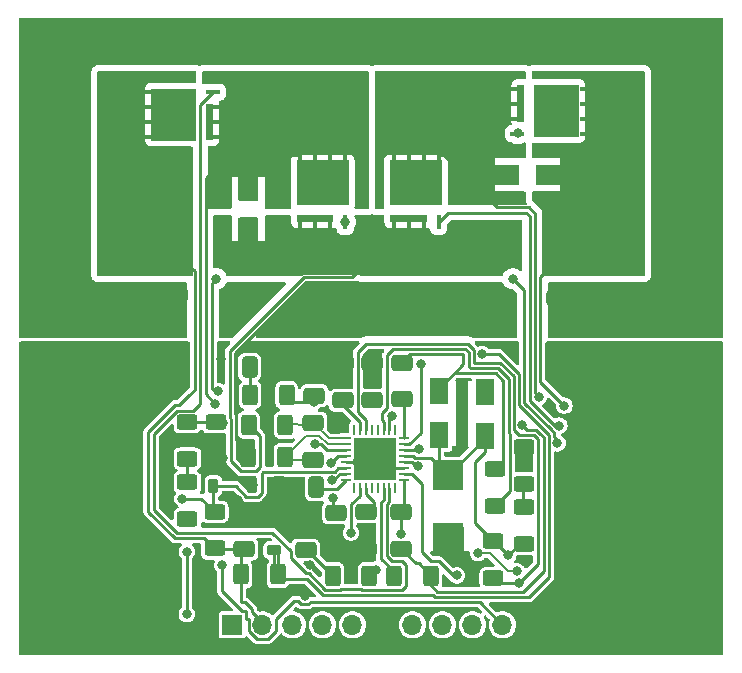
<source format=gtl>
G04 #@! TF.GenerationSoftware,KiCad,Pcbnew,7.0.1*
G04 #@! TF.CreationDate,2023-11-01T02:09:25-07:00*
G04 #@! TF.ProjectId,KENESP32LTC370TEST,4b454e45-5350-4333-924c-544333373054,rev?*
G04 #@! TF.SameCoordinates,Original*
G04 #@! TF.FileFunction,Copper,L1,Top*
G04 #@! TF.FilePolarity,Positive*
%FSLAX46Y46*%
G04 Gerber Fmt 4.6, Leading zero omitted, Abs format (unit mm)*
G04 Created by KiCad (PCBNEW 7.0.1) date 2023-11-01 02:09:25*
%MOMM*%
%LPD*%
G01*
G04 APERTURE LIST*
G04 Aperture macros list*
%AMRoundRect*
0 Rectangle with rounded corners*
0 $1 Rounding radius*
0 $2 $3 $4 $5 $6 $7 $8 $9 X,Y pos of 4 corners*
0 Add a 4 corners polygon primitive as box body*
4,1,4,$2,$3,$4,$5,$6,$7,$8,$9,$2,$3,0*
0 Add four circle primitives for the rounded corners*
1,1,$1+$1,$2,$3*
1,1,$1+$1,$4,$5*
1,1,$1+$1,$6,$7*
1,1,$1+$1,$8,$9*
0 Add four rect primitives between the rounded corners*
20,1,$1+$1,$2,$3,$4,$5,0*
20,1,$1+$1,$4,$5,$6,$7,0*
20,1,$1+$1,$6,$7,$8,$9,0*
20,1,$1+$1,$8,$9,$2,$3,0*%
G04 Aperture macros list end*
G04 #@! TA.AperFunction,ComponentPad*
%ADD10C,4.000000*%
G04 #@! TD*
G04 #@! TA.AperFunction,ComponentPad*
%ADD11R,3.800000X3.800000*%
G04 #@! TD*
G04 #@! TA.AperFunction,ComponentPad*
%ADD12C,3.800000*%
G04 #@! TD*
G04 #@! TA.AperFunction,SMDPad,CuDef*
%ADD13RoundRect,0.250000X-0.650000X0.412500X-0.650000X-0.412500X0.650000X-0.412500X0.650000X0.412500X0*%
G04 #@! TD*
G04 #@! TA.AperFunction,SMDPad,CuDef*
%ADD14RoundRect,0.250000X-0.400000X-0.625000X0.400000X-0.625000X0.400000X0.625000X-0.400000X0.625000X0*%
G04 #@! TD*
G04 #@! TA.AperFunction,SMDPad,CuDef*
%ADD15RoundRect,0.250000X-0.625000X0.400000X-0.625000X-0.400000X0.625000X-0.400000X0.625000X0.400000X0*%
G04 #@! TD*
G04 #@! TA.AperFunction,SMDPad,CuDef*
%ADD16R,3.550000X3.550000*%
G04 #@! TD*
G04 #@! TA.AperFunction,SMDPad,CuDef*
%ADD17R,0.249200X0.804800*%
G04 #@! TD*
G04 #@! TA.AperFunction,SMDPad,CuDef*
%ADD18R,0.804800X0.249200*%
G04 #@! TD*
G04 #@! TA.AperFunction,SMDPad,CuDef*
%ADD19RoundRect,0.250000X0.625000X-0.400000X0.625000X0.400000X-0.625000X0.400000X-0.625000X-0.400000X0*%
G04 #@! TD*
G04 #@! TA.AperFunction,SMDPad,CuDef*
%ADD20RoundRect,0.250000X0.400000X0.625000X-0.400000X0.625000X-0.400000X-0.625000X0.400000X-0.625000X0*%
G04 #@! TD*
G04 #@! TA.AperFunction,SMDPad,CuDef*
%ADD21R,0.965200X0.431800*%
G04 #@! TD*
G04 #@! TA.AperFunction,SMDPad,CuDef*
%ADD22R,1.143000X0.431800*%
G04 #@! TD*
G04 #@! TA.AperFunction,SMDPad,CuDef*
%ADD23R,0.431800X1.143000*%
G04 #@! TD*
G04 #@! TA.AperFunction,SMDPad,CuDef*
%ADD24R,0.431800X0.965200*%
G04 #@! TD*
G04 #@! TA.AperFunction,SMDPad,CuDef*
%ADD25R,4.241800X4.521200*%
G04 #@! TD*
G04 #@! TA.AperFunction,ComponentPad*
%ADD26O,1.700000X1.700000*%
G04 #@! TD*
G04 #@! TA.AperFunction,ComponentPad*
%ADD27R,1.700000X1.700000*%
G04 #@! TD*
G04 #@! TA.AperFunction,SMDPad,CuDef*
%ADD28R,1.625600X2.184400*%
G04 #@! TD*
G04 #@! TA.AperFunction,SMDPad,CuDef*
%ADD29R,2.184400X1.625600*%
G04 #@! TD*
G04 #@! TA.AperFunction,SMDPad,CuDef*
%ADD30RoundRect,0.225000X0.375000X-0.225000X0.375000X0.225000X-0.375000X0.225000X-0.375000X-0.225000X0*%
G04 #@! TD*
G04 #@! TA.AperFunction,SMDPad,CuDef*
%ADD31RoundRect,0.225000X-0.225000X-0.375000X0.225000X-0.375000X0.225000X0.375000X-0.225000X0.375000X0*%
G04 #@! TD*
G04 #@! TA.AperFunction,SMDPad,CuDef*
%ADD32RoundRect,0.250000X0.650000X-0.412500X0.650000X0.412500X-0.650000X0.412500X-0.650000X-0.412500X0*%
G04 #@! TD*
G04 #@! TA.AperFunction,SMDPad,CuDef*
%ADD33RoundRect,0.250000X-0.412500X-0.650000X0.412500X-0.650000X0.412500X0.650000X-0.412500X0.650000X0*%
G04 #@! TD*
G04 #@! TA.AperFunction,SMDPad,CuDef*
%ADD34R,2.499995X2.560396*%
G04 #@! TD*
G04 #@! TA.AperFunction,SMDPad,CuDef*
%ADD35RoundRect,0.250000X0.412500X0.650000X-0.412500X0.650000X-0.412500X-0.650000X0.412500X-0.650000X0*%
G04 #@! TD*
G04 #@! TA.AperFunction,ViaPad*
%ADD36C,0.800000*%
G04 #@! TD*
G04 #@! TA.AperFunction,ViaPad*
%ADD37C,1.500000*%
G04 #@! TD*
G04 #@! TA.AperFunction,Conductor*
%ADD38C,0.250000*%
G04 #@! TD*
G04 #@! TA.AperFunction,Conductor*
%ADD39C,0.200000*%
G04 #@! TD*
G04 APERTURE END LIST*
G04 #@! TA.AperFunction,EtchedComponent*
G36*
X131764800Y-111201700D02*
G01*
X131180600Y-111201700D01*
X131180600Y-108128300D01*
X131764800Y-108128300D01*
X131764800Y-111201700D01*
G37*
G04 #@! TD.AperFunction*
G04 #@! TA.AperFunction,EtchedComponent*
G36*
X136413000Y-112497100D02*
G01*
X132603000Y-112497100D01*
X132603000Y-108102900D01*
X136413000Y-108102900D01*
X136413000Y-112497100D01*
G37*
G04 #@! TD.AperFunction*
G04 #@! TA.AperFunction,EtchedComponent*
G36*
X124797100Y-118297000D02*
G01*
X120402900Y-118297000D01*
X120402900Y-114487000D01*
X124797100Y-114487000D01*
X124797100Y-118297000D01*
G37*
G04 #@! TD.AperFunction*
G04 #@! TA.AperFunction,EtchedComponent*
G36*
X123501700Y-119719400D02*
G01*
X120428300Y-119719400D01*
X120428300Y-119135200D01*
X123501700Y-119135200D01*
X123501700Y-119719400D01*
G37*
G04 #@! TD.AperFunction*
G04 #@! TA.AperFunction,EtchedComponent*
G36*
X115601700Y-119719400D02*
G01*
X112528300Y-119719400D01*
X112528300Y-119135200D01*
X115601700Y-119135200D01*
X115601700Y-119719400D01*
G37*
G04 #@! TD.AperFunction*
G04 #@! TA.AperFunction,EtchedComponent*
G36*
X116897100Y-118297000D02*
G01*
X112502900Y-118297000D01*
X112502900Y-114487000D01*
X116897100Y-114487000D01*
X116897100Y-118297000D01*
G37*
G04 #@! TD.AperFunction*
G04 #@! TA.AperFunction,EtchedComponent*
G36*
X103997000Y-112797100D02*
G01*
X100187000Y-112797100D01*
X100187000Y-108402900D01*
X103997000Y-108402900D01*
X103997000Y-112797100D01*
G37*
G04 #@! TD.AperFunction*
G04 #@! TA.AperFunction,EtchedComponent*
G36*
X105419400Y-112771700D02*
G01*
X104835200Y-112771700D01*
X104835200Y-109698300D01*
X105419400Y-109698300D01*
X105419400Y-112771700D01*
G37*
G04 #@! TD.AperFunction*
D10*
X139800000Y-116500000D03*
D11*
X144800000Y-116500000D03*
D12*
X97800000Y-116800000D03*
D11*
X92800000Y-116800000D03*
D13*
X121400000Y-131600000D03*
X121400000Y-134725000D03*
D14*
X120750000Y-149637500D03*
X123850000Y-149637500D03*
D15*
X118700000Y-122800000D03*
X118700000Y-125900000D03*
D16*
X119100000Y-139775000D03*
D17*
X117350001Y-137322600D03*
X117850000Y-137322600D03*
X118349999Y-137322600D03*
X118850000Y-137322600D03*
X119350000Y-137322600D03*
X119850001Y-137322600D03*
X120350000Y-137322600D03*
X120849999Y-137322600D03*
D18*
X121552400Y-138025001D03*
X121552400Y-138525000D03*
X121552400Y-139024999D03*
X121552400Y-139525000D03*
X121552400Y-140025000D03*
X121552400Y-140525001D03*
X121552400Y-141025000D03*
X121552400Y-141524999D03*
D17*
X120849999Y-142227400D03*
X120350000Y-142227400D03*
X119850001Y-142227400D03*
X119350000Y-142227400D03*
X118850000Y-142227400D03*
X118349999Y-142227400D03*
X117850000Y-142227400D03*
X117350001Y-142227400D03*
D18*
X116647600Y-141524999D03*
X116647600Y-141025000D03*
X116647600Y-140525001D03*
X116647600Y-140025000D03*
X116647600Y-139525000D03*
X116647600Y-139024999D03*
X116647600Y-138525000D03*
X116647600Y-138025001D03*
D14*
X118650000Y-149637500D03*
X115550000Y-149637500D03*
D19*
X129250000Y-140637500D03*
X129250000Y-143737500D03*
X131725300Y-146937500D03*
X131725300Y-143837500D03*
X131750000Y-141837500D03*
X131750000Y-138737500D03*
X105550000Y-147337500D03*
X105550000Y-144237500D03*
D15*
X105650000Y-136637500D03*
X105650000Y-139737500D03*
D19*
X103250000Y-139737500D03*
X103250000Y-136637500D03*
D20*
X111650000Y-134337500D03*
X108550000Y-134337500D03*
X111500000Y-139575000D03*
X108400000Y-139575000D03*
X111550000Y-136875000D03*
X108450000Y-136875000D03*
D19*
X103250000Y-141737500D03*
X103250000Y-144837500D03*
D15*
X129150000Y-146737500D03*
X129150000Y-149837500D03*
D14*
X110900000Y-149537500D03*
X107800000Y-149537500D03*
D21*
X136895600Y-108395000D03*
X136895600Y-110935000D03*
D22*
X131193300Y-110935000D03*
D21*
X136895600Y-109665000D03*
X136895600Y-112205000D03*
D22*
X131193300Y-112205000D03*
X131193300Y-109665000D03*
X131193300Y-108395000D03*
D23*
X120695000Y-119706700D03*
X121965000Y-119706700D03*
X124505000Y-119706700D03*
D24*
X124505000Y-114004400D03*
X121965000Y-114004400D03*
D23*
X123235000Y-119706700D03*
D24*
X123235000Y-114004400D03*
X120695000Y-114004400D03*
X112795000Y-114004400D03*
X115335000Y-114004400D03*
D23*
X115335000Y-119706700D03*
D24*
X114065000Y-114004400D03*
X116605000Y-114004400D03*
D23*
X116605000Y-119706700D03*
X114065000Y-119706700D03*
X112795000Y-119706700D03*
D22*
X105406700Y-112505000D03*
X105406700Y-111235000D03*
X105406700Y-108695000D03*
D21*
X99704400Y-108695000D03*
X99704400Y-111235000D03*
D22*
X105406700Y-109965000D03*
D21*
X99704400Y-109965000D03*
X99704400Y-112505000D03*
D25*
X113625001Y-109241500D03*
X123774999Y-109241500D03*
D26*
X129920000Y-153800000D03*
X127380000Y-153800000D03*
X124840000Y-153800000D03*
X122300000Y-153800000D03*
X119760000Y-153800000D03*
X117220000Y-153800000D03*
X114680000Y-153800000D03*
X112140000Y-153800000D03*
X109600000Y-153800000D03*
D27*
X107060000Y-153800000D03*
D28*
X128450000Y-137791700D03*
X128450000Y-134083300D03*
X108400000Y-116745800D03*
X108400000Y-120454200D03*
D29*
X130191600Y-115700000D03*
X133900000Y-115700000D03*
D28*
X124550000Y-134037500D03*
X124550000Y-137745900D03*
D30*
X110550000Y-144187500D03*
X110550000Y-147487500D03*
D31*
X108750000Y-142037500D03*
X105450000Y-142037500D03*
D13*
X113250000Y-147462500D03*
X113250000Y-144337500D03*
D32*
X118350000Y-144237500D03*
X118350000Y-147362500D03*
X121350000Y-147362500D03*
X121350000Y-144237500D03*
D33*
X114150000Y-142137500D03*
X111025000Y-142137500D03*
D32*
X115850000Y-144337500D03*
X115850000Y-147462500D03*
D34*
X125350000Y-146481888D03*
X125350000Y-141137500D03*
D32*
X118900000Y-131637500D03*
X118900000Y-134762500D03*
X108050000Y-144275000D03*
X108050000Y-147400000D03*
D13*
X114000000Y-134400000D03*
X114000000Y-131275000D03*
D35*
X108511000Y-131982800D03*
X111636000Y-131982800D03*
D32*
X113900000Y-136712500D03*
X113900000Y-139837500D03*
D13*
X116400000Y-134800000D03*
X116400000Y-131675000D03*
D32*
X139800000Y-126162500D03*
X139800000Y-123037500D03*
X137150000Y-126162500D03*
X137150000Y-123037500D03*
X134500000Y-126125000D03*
X134500000Y-123000000D03*
X97500000Y-125862500D03*
X97500000Y-122737500D03*
X102400000Y-125862500D03*
X102400000Y-122737500D03*
X99950000Y-125862500D03*
X99950000Y-122737500D03*
D36*
X134625500Y-150800000D03*
X127150000Y-150150000D03*
X124500000Y-147400000D03*
X132500000Y-152800000D03*
X111000000Y-151400000D03*
X113200000Y-151324500D03*
X110200000Y-135800000D03*
X132000000Y-148400000D03*
X101300000Y-140700000D03*
X118800000Y-140700000D03*
X106500000Y-141000000D03*
X103500000Y-138100000D03*
X131158097Y-149284609D03*
X127850000Y-147725402D03*
X111600000Y-136800000D03*
X126400000Y-135900000D03*
X106100000Y-131300000D03*
X130500000Y-130600000D03*
X115900000Y-136400000D03*
X113600000Y-148725999D03*
X145100000Y-141300000D03*
X95900000Y-142300000D03*
X115800000Y-147200000D03*
X118400000Y-147300000D03*
X103199999Y-147600001D03*
X103200000Y-152900000D03*
X102824500Y-143109964D03*
X106200000Y-148725999D03*
X117100000Y-146000000D03*
X130412299Y-147912299D03*
X131289018Y-150275500D03*
X121100000Y-134400000D03*
X126058700Y-149618988D03*
X103250002Y-144837499D03*
X121344240Y-146100000D03*
X119222740Y-149122740D03*
X135153105Y-135246895D03*
X134573502Y-138432779D03*
X130800000Y-124500000D03*
X134725500Y-136943770D03*
X133000000Y-134500000D03*
X105800000Y-134000000D03*
X105700000Y-124500000D03*
X105600000Y-135100000D03*
D37*
X129400000Y-127300000D03*
X143000000Y-127200000D03*
X107000000Y-126500000D03*
X114800000Y-127600000D03*
X94200000Y-125900000D03*
X97000000Y-112000000D03*
X139700000Y-111800000D03*
X127100000Y-112400000D03*
X108800000Y-112100000D03*
X111100000Y-122500000D03*
X129200000Y-121800000D03*
X118700000Y-120700000D03*
X137200000Y-120500000D03*
X99900000Y-120600000D03*
X113600000Y-109300000D03*
X123800000Y-109200000D03*
D36*
X114100000Y-142600000D03*
X131700000Y-141800000D03*
X120256600Y-138702793D03*
X111500000Y-132000000D03*
X114000000Y-131200000D03*
X118900000Y-131500000D03*
X116300000Y-131600000D03*
X110600000Y-144100000D03*
X107524077Y-143263594D03*
X113200000Y-144300000D03*
X106224500Y-139700000D03*
X108800000Y-142000000D03*
X111000000Y-142100000D03*
X131800000Y-138700000D03*
X106224500Y-136700000D03*
X118900000Y-134800000D03*
X128223502Y-130876498D03*
X128300000Y-134600000D03*
X131608202Y-136889816D03*
X122793304Y-140368369D03*
X122831166Y-138919369D03*
X123000000Y-131700000D03*
X120588054Y-136111946D03*
X115400000Y-140100000D03*
X114000000Y-134900000D03*
X114040574Y-138497904D03*
X115575250Y-143050652D03*
X115500000Y-141549000D03*
X131200000Y-112200000D03*
X116600000Y-119700000D03*
D38*
X107300000Y-135902000D02*
X107300000Y-130800706D01*
X107399000Y-138149000D02*
X107399000Y-136001000D01*
X107300000Y-130800706D02*
X113300207Y-124800499D01*
X117600499Y-124800499D02*
X118700000Y-125900000D01*
X108400000Y-139150000D02*
X107399000Y-138149000D01*
X107399000Y-136001000D02*
X107300000Y-135902000D01*
X113300207Y-124800499D02*
X117600499Y-124800499D01*
D39*
X130399926Y-149284609D02*
X131158097Y-149284609D01*
D38*
X103377642Y-134375500D02*
X102540143Y-135212999D01*
X103872499Y-133880643D02*
X103377642Y-134375500D01*
X104322000Y-135078000D02*
X104300000Y-135100000D01*
X104322000Y-109751880D02*
X104322000Y-135078000D01*
X105400000Y-108700000D02*
X105373880Y-108700000D01*
X103872499Y-123872499D02*
X103872499Y-133880643D01*
X102737500Y-122737500D02*
X103872499Y-123872499D01*
X105373880Y-108700000D02*
X104322000Y-109751880D01*
X102400000Y-122737500D02*
X102737500Y-122737500D01*
X105300000Y-124900000D02*
X105700000Y-124500000D01*
X105300000Y-133800000D02*
X105300000Y-124900000D01*
X105600000Y-133800000D02*
X105300000Y-133800000D01*
X105800000Y-134000000D02*
X105600000Y-133800000D01*
X129588000Y-150275500D02*
X129150000Y-149837500D01*
X131289018Y-150275500D02*
X129588000Y-150275500D01*
X133131207Y-133224997D02*
X135153105Y-135246895D01*
X133131207Y-124368793D02*
X133131207Y-133224997D01*
X134500000Y-123000000D02*
X133131207Y-124368793D01*
X132950000Y-148614518D02*
X131289018Y-150275500D01*
X132950000Y-138099938D02*
X132950000Y-148614518D01*
X132612562Y-137762500D02*
X132950000Y-138099938D01*
X131313304Y-137762500D02*
X132612562Y-137762500D01*
X130883702Y-137332898D02*
X131313304Y-137762500D01*
X130883702Y-132770144D02*
X130883702Y-137332898D01*
X127499002Y-131600998D02*
X129714556Y-131600998D01*
X127499002Y-130527622D02*
X127499002Y-131600998D01*
X118349999Y-137322600D02*
X118349999Y-136485689D01*
X132799362Y-137312999D02*
X132031385Y-137312999D01*
X133101998Y-137615635D02*
X132799362Y-137312999D01*
X130564518Y-150993911D02*
X130570607Y-151000000D01*
X130547989Y-150993911D02*
X130564518Y-150993911D01*
X123850000Y-149637500D02*
X123850000Y-150450000D01*
X129625746Y-130876498D02*
X128223502Y-130876498D01*
X133849002Y-137727560D02*
X133551499Y-137430057D01*
X132193618Y-151449501D02*
X133849002Y-149794117D01*
X117675000Y-130725000D02*
X118399002Y-130000998D01*
X114725638Y-151287001D02*
X124051311Y-151287001D01*
X131333203Y-132583955D02*
X129625746Y-130876498D01*
X113338637Y-149900000D02*
X114725638Y-151287001D01*
X133101998Y-137616246D02*
X133101998Y-137615635D01*
X111000000Y-149900000D02*
X113338637Y-149900000D01*
X110550000Y-149450000D02*
X111000000Y-149900000D01*
X110550000Y-147487500D02*
X110550000Y-149450000D01*
X134298503Y-137911798D02*
X134573502Y-138186797D01*
X134298503Y-137541371D02*
X134298503Y-137911798D01*
X134573502Y-138186797D02*
X134573502Y-138432779D01*
X134001000Y-137243868D02*
X134298503Y-137541371D01*
X124213811Y-151449501D02*
X132193618Y-151449501D01*
X131782704Y-135024961D02*
X134001000Y-137243257D01*
X130800000Y-124500000D02*
X131782704Y-125482704D01*
X134337203Y-136943770D02*
X134725500Y-136943770D01*
X130570607Y-151000000D02*
X131618521Y-151000000D01*
X132232205Y-134838772D02*
X134337203Y-136943770D01*
X133399501Y-137913749D02*
X133101998Y-137616246D01*
X126972378Y-130000998D02*
X127499002Y-130527622D01*
X132232205Y-119181706D02*
X132232205Y-134838772D01*
X131950499Y-118900000D02*
X132232205Y-119181706D01*
X133849002Y-149794117D02*
X133849002Y-137727560D01*
X125311700Y-118900000D02*
X131950499Y-118900000D01*
X124051311Y-151287001D02*
X124213811Y-151449501D01*
X130541900Y-151000000D02*
X130547989Y-150993911D01*
X129714556Y-131600998D02*
X130883702Y-132770144D01*
X124505000Y-119706700D02*
X125311700Y-118900000D01*
X124400000Y-151000000D02*
X130541900Y-151000000D01*
X118399002Y-130000998D02*
X126972378Y-130000998D01*
X133399501Y-149219020D02*
X133399501Y-137913749D01*
X133551499Y-137430057D02*
X133551499Y-137429446D01*
X131782704Y-125482704D02*
X131782704Y-135024961D01*
X132031385Y-137312999D02*
X131608202Y-136889816D01*
X123850000Y-150450000D02*
X124400000Y-151000000D01*
X134001000Y-137243257D02*
X134001000Y-137243868D01*
X117675000Y-135810690D02*
X117675000Y-130725000D01*
X118349999Y-136485689D02*
X117675000Y-135810690D01*
X131618521Y-151000000D02*
X133399501Y-149219020D01*
X133551499Y-137429446D02*
X131333203Y-135211150D01*
X131333203Y-135211150D02*
X131333203Y-132583955D01*
X112212500Y-134900000D02*
X114000000Y-134900000D01*
X111650000Y-134337500D02*
X112212500Y-134900000D01*
D39*
X128840719Y-147725402D02*
X130399926Y-149284609D01*
X127850000Y-147725402D02*
X128840719Y-147725402D01*
D38*
X106200000Y-150935690D02*
X106200000Y-148725999D01*
X108235000Y-153300000D02*
X108235000Y-152625000D01*
X108425000Y-153313299D02*
X108411701Y-153300000D01*
X109113299Y-154975000D02*
X108425000Y-154286701D01*
X108425000Y-154286701D02*
X108425000Y-153313299D01*
X110086701Y-154975000D02*
X109113299Y-154975000D01*
X110775000Y-154286701D02*
X110086701Y-154975000D01*
X112650902Y-151800000D02*
X112288299Y-151800000D01*
X112899902Y-152049000D02*
X112650902Y-151800000D01*
X113500098Y-152049000D02*
X112899902Y-152049000D01*
X113650096Y-151899002D02*
X113500098Y-152049000D01*
X129920000Y-153800000D02*
X128019002Y-151899002D01*
X112288299Y-151800000D02*
X110775000Y-153313299D01*
X108411701Y-153300000D02*
X108235000Y-153300000D01*
X128019002Y-151899002D02*
X113650096Y-151899002D01*
X107889310Y-152625000D02*
X106200000Y-150935690D01*
X110775000Y-153313299D02*
X110775000Y-154286701D01*
X108235000Y-152625000D02*
X107889310Y-152625000D01*
X121350000Y-146094240D02*
X121344240Y-146100000D01*
X121350000Y-144237500D02*
X121350000Y-146094240D01*
X102386827Y-135662500D02*
X103737500Y-135662500D01*
X100400000Y-137649327D02*
X102386827Y-135662500D01*
X100400000Y-144046694D02*
X100400000Y-137649327D01*
X110436651Y-145996334D02*
X102349640Y-145996334D01*
X112025000Y-147584683D02*
X110436651Y-145996334D01*
X112025000Y-148176304D02*
X112025000Y-147584683D01*
X113299195Y-149450499D02*
X112025000Y-148176304D01*
X113524826Y-149450499D02*
X113299195Y-149450499D01*
X114911827Y-150837500D02*
X113524826Y-149450499D01*
X116188173Y-150837500D02*
X114911827Y-150837500D01*
X102349640Y-145996334D02*
X100400000Y-144046694D01*
X116225673Y-150800000D02*
X116188173Y-150837500D01*
X117974327Y-150800000D02*
X116225673Y-150800000D01*
X118011827Y-150837500D02*
X117974327Y-150800000D01*
X121388173Y-150837500D02*
X118011827Y-150837500D01*
X121388173Y-148437500D02*
X121725000Y-148774327D01*
X121725000Y-150500673D02*
X121388173Y-150837500D01*
X120549327Y-148437500D02*
X121388173Y-148437500D01*
X120125000Y-148013173D02*
X120549327Y-148437500D01*
X120125000Y-143586828D02*
X120125000Y-148013173D01*
X103737500Y-135662500D02*
X104300000Y-135100000D01*
X121725000Y-148774327D02*
X121725000Y-150500673D01*
X120350000Y-143361828D02*
X120125000Y-143586828D01*
X120350000Y-142227400D02*
X120350000Y-143361828D01*
X109600000Y-153600000D02*
X109600000Y-153800000D01*
X108684501Y-152684501D02*
X109600000Y-153600000D01*
X108684501Y-152438811D02*
X108684501Y-152684501D01*
X108145690Y-151900000D02*
X108684501Y-152438811D01*
X107800000Y-149537500D02*
X107800000Y-151900000D01*
X107800000Y-151900000D02*
X108145690Y-151900000D01*
X103200000Y-147600002D02*
X103199999Y-147600001D01*
X103200000Y-152900000D02*
X103200000Y-147600002D01*
X113375000Y-147462500D02*
X113250000Y-147462500D01*
X115550000Y-149637500D02*
X113375000Y-147462500D01*
X124537500Y-148437500D02*
X125718988Y-149618988D01*
X123900000Y-148437500D02*
X124537500Y-148437500D01*
X125718988Y-149618988D02*
X126058700Y-149618988D01*
X123125804Y-147663304D02*
X123900000Y-148437500D01*
X122229401Y-141025000D02*
X123125804Y-141921403D01*
X123125804Y-141921403D02*
X123125804Y-147663304D01*
X121552400Y-141025000D02*
X122229401Y-141025000D01*
X122812500Y-148600000D02*
X123850000Y-149637500D01*
X122587500Y-148600000D02*
X122812500Y-148600000D01*
X121350000Y-147362500D02*
X122587500Y-148600000D01*
X128450000Y-139133900D02*
X128450000Y-137791700D01*
X127574196Y-140009704D02*
X128450000Y-139133900D01*
X129150000Y-146737500D02*
X127574196Y-145161696D01*
X127574196Y-145161696D02*
X127574196Y-140009704D01*
X121552400Y-139024999D02*
X122725536Y-139024999D01*
X123850916Y-139638416D02*
X125350000Y-141137500D01*
X122042644Y-138525000D02*
X123000000Y-137567644D01*
X123161945Y-139638416D02*
X123850916Y-139638416D01*
X122386971Y-139525000D02*
X122505840Y-139643869D01*
X123000000Y-137567644D02*
X123000000Y-131700000D01*
X121552400Y-139525000D02*
X122386971Y-139525000D01*
X122543533Y-140118598D02*
X122793304Y-140368369D01*
X122344879Y-140118598D02*
X122543533Y-140118598D01*
X122251281Y-140025000D02*
X122344879Y-140118598D01*
X121552400Y-140025000D02*
X122251281Y-140025000D01*
X121552400Y-138525000D02*
X122042644Y-138525000D01*
X122725536Y-139024999D02*
X122831166Y-138919369D01*
X123156492Y-139643869D02*
X123161945Y-139638416D01*
X122505840Y-139643869D02*
X123156492Y-139643869D01*
X104658335Y-146445835D02*
X105550000Y-147337500D01*
X102163451Y-146445835D02*
X104658335Y-146445835D01*
X99950499Y-144232883D02*
X102163451Y-146445835D01*
X102200638Y-135212999D02*
X99950499Y-137463138D01*
X99950499Y-137463138D02*
X99950499Y-144232883D01*
X102540143Y-135212999D02*
X102200638Y-135212999D01*
X131387098Y-146937500D02*
X130412299Y-147912299D01*
X129350000Y-146937500D02*
X129437500Y-146937500D01*
X129437500Y-146937500D02*
X130412299Y-147912299D01*
X131725300Y-146937500D02*
X131387098Y-146937500D01*
X129150000Y-146737500D02*
X129350000Y-146937500D01*
D39*
X113276596Y-137798404D02*
X111500000Y-139575000D01*
X115147520Y-138525000D02*
X114420924Y-137798404D01*
D38*
X115047183Y-139024999D02*
X114520088Y-138497904D01*
D39*
X114420924Y-137798404D02*
X113276596Y-137798404D01*
D38*
X114520088Y-138497904D02*
X114040574Y-138497904D01*
X116647600Y-139024999D02*
X115047183Y-139024999D01*
D39*
X116647600Y-138525000D02*
X115147520Y-138525000D01*
X111600000Y-136800000D02*
X113737500Y-136875000D01*
D38*
X126600000Y-131744552D02*
X124550000Y-133794552D01*
X121400000Y-131600000D02*
X122100000Y-130900000D01*
X122100000Y-130900000D02*
X126600000Y-130900000D01*
X130525999Y-142461501D02*
X129250000Y-143737500D01*
X126600000Y-130900000D02*
X126600000Y-131744552D01*
X130525999Y-137610885D02*
X130525999Y-142461501D01*
X130434201Y-137519087D02*
X130525999Y-137610885D01*
X129528367Y-132050499D02*
X130434201Y-132956333D01*
X127049501Y-131930741D02*
X127169259Y-132050499D01*
X126786189Y-130450499D02*
X127049501Y-130713811D01*
X120673828Y-130450499D02*
X126786189Y-130450499D01*
X120125000Y-130999327D02*
X120673828Y-130450499D01*
X119700000Y-135838173D02*
X120125000Y-135413173D01*
X119850001Y-136645601D02*
X119700000Y-136495600D01*
X119850001Y-137322600D02*
X119850001Y-136645601D01*
X119700000Y-136495600D02*
X119700000Y-135838173D01*
X120125000Y-135413173D02*
X120125000Y-130999327D01*
X127169259Y-132050499D02*
X129528367Y-132050499D01*
X127049501Y-130713811D02*
X127049501Y-131930741D01*
X130434201Y-132956333D02*
X130434201Y-137519087D01*
X129250000Y-140637500D02*
X129984700Y-139902800D01*
X129984700Y-133142522D02*
X129342178Y-132500000D01*
X129984700Y-139902800D02*
X129984700Y-133142522D01*
X129342178Y-132500000D02*
X125844552Y-132500000D01*
X105550000Y-144237500D02*
X104422464Y-143109964D01*
X104422464Y-143109964D02*
X102824500Y-143109964D01*
X132681706Y-134181706D02*
X133000000Y-134500000D01*
X132681706Y-118995517D02*
X132681706Y-134181706D01*
X132136688Y-118450499D02*
X132681706Y-118995517D01*
X129416999Y-118450499D02*
X132136688Y-118450499D01*
X124970900Y-114004400D02*
X129416999Y-118450499D01*
X124505000Y-114004400D02*
X124970900Y-114004400D01*
X124550000Y-133794552D02*
X124550000Y-134037500D01*
X131700000Y-143812200D02*
X131725300Y-143837500D01*
X131700000Y-141800000D02*
X131700000Y-143812200D01*
X118850000Y-140025000D02*
X119100000Y-139775000D01*
X116647600Y-140025000D02*
X118850000Y-140025000D01*
X115800000Y-147200000D02*
X115950000Y-147362500D01*
X118400000Y-147300000D02*
X115800000Y-147200000D01*
X115950000Y-147362500D02*
X115850000Y-147462500D01*
X118350000Y-147362500D02*
X118400000Y-147300000D01*
X106850000Y-136300902D02*
X106850000Y-130614310D01*
X113113811Y-124350499D02*
X117149501Y-124350499D01*
X106949000Y-136399902D02*
X106850000Y-136300902D01*
X109013173Y-140800000D02*
X107786827Y-140800000D01*
X109375000Y-140438173D02*
X109013173Y-140800000D01*
X109375000Y-137800000D02*
X109375000Y-140438173D01*
X107786827Y-140800000D02*
X106949000Y-139962173D01*
X108450000Y-136875000D02*
X109375000Y-137800000D01*
X117149501Y-124350499D02*
X118700000Y-122800000D01*
X106949000Y-139962173D02*
X106949000Y-136399902D01*
X106850000Y-130614310D02*
X113113811Y-124350499D01*
X120750000Y-149273863D02*
X120750000Y-149637500D01*
X119850001Y-143226137D02*
X119675499Y-143400639D01*
X119850001Y-142227400D02*
X119850001Y-143226137D01*
X119675499Y-148199362D02*
X120750000Y-149273863D01*
X119675499Y-143400639D02*
X119675499Y-148199362D01*
X117125000Y-143586827D02*
X117125000Y-145975000D01*
X117850000Y-142227400D02*
X117850000Y-142861827D01*
X117850000Y-142861827D02*
X117125000Y-143586827D01*
X118349999Y-142227400D02*
X118349999Y-142736687D01*
X119049501Y-143537999D02*
X118350000Y-144237500D01*
X118349999Y-142736687D02*
X119049501Y-143436189D01*
X119049501Y-143436189D02*
X119049501Y-143537999D01*
X121100000Y-134400000D02*
X121400000Y-134725000D01*
X115999597Y-140525001D02*
X116647600Y-140525001D01*
X109624363Y-140824500D02*
X115700098Y-140824500D01*
X109202817Y-142962500D02*
X109525000Y-142640317D01*
X108247581Y-142962500D02*
X109202817Y-142962500D01*
X105450000Y-142037500D02*
X107322581Y-142037500D01*
X109525000Y-142640317D02*
X109525000Y-140923863D01*
X109525000Y-140923863D02*
X109624363Y-140824500D01*
X107322581Y-142037500D02*
X108247581Y-142962500D01*
X115700098Y-140824500D02*
X115999597Y-140525001D01*
X104800000Y-116000000D02*
X104800000Y-117100000D01*
X106200000Y-114600000D02*
X104800000Y-116000000D01*
X104800000Y-117100000D02*
X104800000Y-134300000D01*
X106795600Y-114004400D02*
X106200000Y-114600000D01*
X104800000Y-134300000D02*
X105600000Y-135100000D01*
X112795000Y-114004400D02*
X106795600Y-114004400D01*
X115575250Y-144062750D02*
X115850000Y-144337500D01*
X115575250Y-143050652D02*
X115575250Y-144062750D01*
X114100000Y-142600000D02*
X114286000Y-142273500D01*
X120350000Y-137322600D02*
X120350000Y-136350000D01*
X120350000Y-136350000D02*
X120588054Y-136111946D01*
X110900000Y-147837500D02*
X110550000Y-147487500D01*
X110900000Y-149537500D02*
X110900000Y-147837500D01*
X119850001Y-140525001D02*
X119100000Y-139775000D01*
X121552400Y-140525001D02*
X119850001Y-140525001D01*
X117850000Y-136621380D02*
X117850000Y-137322600D01*
X116400000Y-135171380D02*
X117850000Y-136621380D01*
X116400000Y-134800000D02*
X116400000Y-135171380D01*
X121552400Y-134877400D02*
X121100000Y-134400000D01*
X121552400Y-138025001D02*
X121552400Y-134877400D01*
X108550000Y-134337500D02*
X108550000Y-132021800D01*
X108550000Y-132021800D02*
X108511000Y-131982800D01*
D39*
X111762500Y-139837500D02*
X111500000Y-139575000D01*
X113900000Y-139837500D02*
X111762500Y-139837500D01*
X115212501Y-138025001D02*
X113900000Y-136712500D01*
X116647600Y-138025001D02*
X115212501Y-138025001D01*
X113737500Y-136875000D02*
X113900000Y-136712500D01*
X111550000Y-136875000D02*
X111600000Y-136800000D01*
D38*
X114150000Y-142137500D02*
X114100000Y-142600000D01*
X115611288Y-141549000D02*
X115500000Y-141549000D01*
X116135288Y-141025000D02*
X115611288Y-141549000D01*
X115899099Y-142273500D02*
X116647600Y-141524999D01*
X116647600Y-141025000D02*
X116135288Y-141025000D01*
X115975000Y-139525000D02*
X115400000Y-140100000D01*
X114286000Y-142273500D02*
X115899099Y-142273500D01*
X116647600Y-139525000D02*
X115975000Y-139525000D01*
X118799599Y-140075401D02*
X119100000Y-139775000D01*
X103250000Y-136637500D02*
X105650000Y-136637500D01*
X103250000Y-141737500D02*
X103250000Y-139737500D01*
X105450000Y-144137500D02*
X105550000Y-144237500D01*
X105450000Y-142037500D02*
X105450000Y-144137500D01*
X107800000Y-147650000D02*
X108050000Y-147400000D01*
X107800000Y-149537500D02*
X107800000Y-147650000D01*
X105612500Y-147400000D02*
X105550000Y-147337500D01*
X108050000Y-147400000D02*
X105612500Y-147400000D01*
X131750000Y-141837500D02*
X131700000Y-141800000D01*
X128450000Y-138037500D02*
X128450000Y-137791700D01*
X125350000Y-141137500D02*
X128450000Y-138037500D01*
X124550000Y-140337500D02*
X124550000Y-137745900D01*
X125350000Y-141137500D02*
X124550000Y-140337500D01*
X121552400Y-144035100D02*
X121350000Y-144237500D01*
X121552400Y-141524999D02*
X121552400Y-144035100D01*
G04 #@! TA.AperFunction,Conductor*
G36*
X118538000Y-106916613D02*
G01*
X118583387Y-106962000D01*
X118600000Y-107024000D01*
X118600000Y-118476000D01*
X118583387Y-118538000D01*
X118538000Y-118583387D01*
X118476000Y-118600000D01*
X117501895Y-118600000D01*
X117442467Y-118584832D01*
X117397578Y-118543037D01*
X117378211Y-118484843D01*
X117383127Y-118457595D01*
X117379727Y-118457107D01*
X117382264Y-118439458D01*
X117382265Y-118439457D01*
X117386151Y-118412426D01*
X117389909Y-118395153D01*
X117397600Y-118368961D01*
X117397600Y-118225039D01*
X117397600Y-114451201D01*
X117397600Y-114415039D01*
X117389909Y-114388844D01*
X117386150Y-114371566D01*
X117382265Y-114344543D01*
X117380277Y-114340191D01*
X117370926Y-114319713D01*
X117364742Y-114303135D01*
X117357052Y-114276944D01*
X117342292Y-114253977D01*
X117333813Y-114238450D01*
X117322476Y-114213625D01*
X117304605Y-114193002D01*
X117294001Y-114178836D01*
X117279243Y-114155872D01*
X117258610Y-114137992D01*
X117246105Y-114125487D01*
X117228227Y-114104855D01*
X117205262Y-114090097D01*
X117191098Y-114079495D01*
X117170472Y-114061622D01*
X117145643Y-114050283D01*
X117130125Y-114041810D01*
X117107153Y-114027047D01*
X117107151Y-114027046D01*
X117107149Y-114027045D01*
X117080957Y-114019354D01*
X117064388Y-114013174D01*
X117039557Y-114001835D01*
X117012526Y-113997947D01*
X116995253Y-113994190D01*
X116969061Y-113986500D01*
X116932899Y-113986500D01*
X112574861Y-113986500D01*
X112430939Y-113986500D01*
X112404744Y-113994190D01*
X112387467Y-113997948D01*
X112360441Y-114001834D01*
X112335611Y-114013174D01*
X112319040Y-114019355D01*
X112292847Y-114027046D01*
X112269879Y-114041806D01*
X112254363Y-114050278D01*
X112229529Y-114061620D01*
X112208898Y-114079497D01*
X112194742Y-114090094D01*
X112171771Y-114104857D01*
X112153892Y-114125490D01*
X112141390Y-114137992D01*
X112120757Y-114155871D01*
X112105994Y-114178842D01*
X112095397Y-114192998D01*
X112077520Y-114213629D01*
X112066178Y-114238463D01*
X112057706Y-114253979D01*
X112042946Y-114276947D01*
X112035255Y-114303140D01*
X112029074Y-114319711D01*
X112017734Y-114344541D01*
X112013848Y-114371567D01*
X112010090Y-114388844D01*
X112002400Y-114415039D01*
X112002400Y-118368961D01*
X112010090Y-118395153D01*
X112013847Y-118412426D01*
X112017735Y-118439457D01*
X112017735Y-118439458D01*
X112020273Y-118457103D01*
X112016871Y-118457592D01*
X112021789Y-118484843D01*
X112002422Y-118543037D01*
X111957533Y-118584832D01*
X111898105Y-118600000D01*
X109933700Y-118600000D01*
X109871700Y-118583387D01*
X109826313Y-118538000D01*
X109809700Y-118476000D01*
X109809700Y-115856800D01*
X109263600Y-115856800D01*
X109263600Y-117764800D01*
X109246987Y-117826800D01*
X109201600Y-117872187D01*
X109139600Y-117888800D01*
X107660400Y-117888800D01*
X107598400Y-117872187D01*
X107553013Y-117826800D01*
X107536400Y-117764800D01*
X107536400Y-115856800D01*
X106990300Y-115856800D01*
X106990300Y-118476000D01*
X106973687Y-118538000D01*
X106928300Y-118583387D01*
X106866300Y-118600000D01*
X105071500Y-118600000D01*
X105009500Y-118583387D01*
X104964113Y-118538000D01*
X104947500Y-118476000D01*
X104947500Y-113396200D01*
X104964113Y-113334200D01*
X105009500Y-113288813D01*
X105071500Y-113272200D01*
X105491360Y-113272200D01*
X105491361Y-113272200D01*
X105517556Y-113264508D01*
X105534826Y-113260751D01*
X105561857Y-113256865D01*
X105586687Y-113245524D01*
X105603265Y-113239342D01*
X105629451Y-113231654D01*
X105629453Y-113231653D01*
X105652420Y-113216892D01*
X105667946Y-113208415D01*
X105692769Y-113197079D01*
X105692769Y-113197078D01*
X105692773Y-113197077D01*
X105713412Y-113179191D01*
X105727555Y-113168605D01*
X105750528Y-113153843D01*
X105768408Y-113133207D01*
X105780907Y-113120708D01*
X105801543Y-113102828D01*
X105816305Y-113079855D01*
X105826891Y-113065712D01*
X105844777Y-113045073D01*
X105856114Y-113020246D01*
X105864592Y-113004720D01*
X105879353Y-112981753D01*
X105887042Y-112955565D01*
X105893224Y-112938987D01*
X105904565Y-112914157D01*
X105908451Y-112887126D01*
X105912208Y-112869856D01*
X105919900Y-112843661D01*
X105919900Y-112699739D01*
X105919900Y-109662501D01*
X105919900Y-109626339D01*
X105912210Y-109600149D01*
X105908451Y-109582868D01*
X105904163Y-109553049D01*
X105907922Y-109500466D01*
X105933186Y-109454197D01*
X105975388Y-109422605D01*
X106019560Y-109412995D01*
X106019465Y-109412109D01*
X106026069Y-109411399D01*
X106026072Y-109411399D01*
X106085683Y-109404991D01*
X106220531Y-109354696D01*
X106335746Y-109268446D01*
X106421996Y-109153231D01*
X106472291Y-109018383D01*
X106478700Y-108958773D01*
X106478699Y-108431228D01*
X106472291Y-108371617D01*
X106421996Y-108236769D01*
X106335746Y-108121554D01*
X106220531Y-108035304D01*
X106085683Y-107985009D01*
X106026073Y-107978600D01*
X106026069Y-107978600D01*
X104787330Y-107978600D01*
X104727717Y-107985008D01*
X104727717Y-107985009D01*
X104667331Y-108007531D01*
X104608547Y-108014382D01*
X104553280Y-107993205D01*
X104514124Y-107948824D01*
X104500000Y-107891349D01*
X104500000Y-107024000D01*
X104516613Y-106962000D01*
X104562000Y-106916613D01*
X104624000Y-106900000D01*
X118476000Y-106900000D01*
X118538000Y-106916613D01*
G37*
G04 #@! TD.AperFunction*
G04 #@! TA.AperFunction,Conductor*
G36*
X131832500Y-106916613D02*
G01*
X131877887Y-106962000D01*
X131894500Y-107024000D01*
X131894500Y-107478401D01*
X131895713Y-107487614D01*
X131885156Y-107556204D01*
X131839399Y-107608380D01*
X131772774Y-107627800D01*
X131108639Y-107627800D01*
X131082444Y-107635490D01*
X131065167Y-107639248D01*
X131038141Y-107643134D01*
X131013311Y-107654474D01*
X130996740Y-107660655D01*
X130970547Y-107668346D01*
X130947579Y-107683106D01*
X130932063Y-107691578D01*
X130907229Y-107702920D01*
X130886598Y-107720797D01*
X130872442Y-107731394D01*
X130849471Y-107746157D01*
X130831592Y-107766790D01*
X130819090Y-107779292D01*
X130798457Y-107797171D01*
X130783694Y-107820142D01*
X130773097Y-107834298D01*
X130755220Y-107854929D01*
X130743878Y-107879763D01*
X130735406Y-107895279D01*
X130720646Y-107918247D01*
X130712955Y-107944440D01*
X130706774Y-107961011D01*
X130695434Y-107985841D01*
X130691548Y-108012867D01*
X130687790Y-108030144D01*
X130680100Y-108056339D01*
X130680100Y-111273661D01*
X130687790Y-111299853D01*
X130691548Y-111317129D01*
X130695435Y-111344157D01*
X130695837Y-111346952D01*
X130685897Y-111416104D01*
X130640151Y-111468908D01*
X130580380Y-111486466D01*
X130580534Y-111487891D01*
X130573928Y-111488600D01*
X130573928Y-111488601D01*
X130556215Y-111490504D01*
X130514315Y-111495009D01*
X130379469Y-111545304D01*
X130264254Y-111631554D01*
X130178004Y-111746768D01*
X130127709Y-111881616D01*
X130121300Y-111941230D01*
X130121300Y-112468769D01*
X130127709Y-112528383D01*
X130178004Y-112663231D01*
X130264254Y-112778446D01*
X130379469Y-112864696D01*
X130514317Y-112914991D01*
X130573927Y-112921400D01*
X130620610Y-112921399D01*
X130658927Y-112927468D01*
X130693493Y-112945079D01*
X130747270Y-112984151D01*
X130747271Y-112984151D01*
X130747272Y-112984152D01*
X130920197Y-113061144D01*
X131105352Y-113100500D01*
X131105354Y-113100500D01*
X131294646Y-113100500D01*
X131294648Y-113100500D01*
X131418084Y-113074262D01*
X131479803Y-113061144D01*
X131652730Y-112984151D01*
X131706506Y-112945079D01*
X131741072Y-112927468D01*
X131779390Y-112921399D01*
X131779462Y-112921399D01*
X131846087Y-112940818D01*
X131891844Y-112992994D01*
X131902401Y-113061584D01*
X131894500Y-113121598D01*
X131894500Y-114166300D01*
X131877887Y-114228300D01*
X131832500Y-114273687D01*
X131770500Y-114290300D01*
X129302600Y-114290300D01*
X129302600Y-114836400D01*
X131210600Y-114836400D01*
X131272600Y-114853013D01*
X131317987Y-114898400D01*
X131334600Y-114960400D01*
X131334600Y-116439600D01*
X131317987Y-116501600D01*
X131272600Y-116546987D01*
X131210600Y-116563600D01*
X129302600Y-116563600D01*
X129302600Y-117109700D01*
X131770500Y-117109700D01*
X131832500Y-117126313D01*
X131877887Y-117171700D01*
X131894500Y-117233700D01*
X131894500Y-117802380D01*
X131907553Y-117916516D01*
X131920199Y-117971075D01*
X131958691Y-118079324D01*
X131961460Y-118083649D01*
X131980951Y-118146242D01*
X131965803Y-118210025D01*
X131920249Y-118257170D01*
X131857024Y-118274500D01*
X125421600Y-118274500D01*
X125359600Y-118257887D01*
X125314213Y-118212500D01*
X125297600Y-118150500D01*
X125297600Y-114415039D01*
X125289911Y-114388853D01*
X125286150Y-114371566D01*
X125282265Y-114344543D01*
X125280277Y-114340191D01*
X125270926Y-114319713D01*
X125264742Y-114303135D01*
X125257053Y-114276947D01*
X125257052Y-114276946D01*
X125257052Y-114276944D01*
X125242292Y-114253977D01*
X125233813Y-114238450D01*
X125222476Y-114213625D01*
X125204605Y-114193002D01*
X125194001Y-114178836D01*
X125179243Y-114155872D01*
X125158610Y-114137992D01*
X125146105Y-114125487D01*
X125128227Y-114104855D01*
X125105262Y-114090097D01*
X125091098Y-114079495D01*
X125070472Y-114061622D01*
X125045643Y-114050283D01*
X125030125Y-114041810D01*
X125007153Y-114027047D01*
X125007151Y-114027046D01*
X125007149Y-114027045D01*
X124980957Y-114019354D01*
X124964388Y-114013174D01*
X124939557Y-114001835D01*
X124912526Y-113997947D01*
X124895253Y-113994190D01*
X124869061Y-113986500D01*
X124832899Y-113986500D01*
X120474861Y-113986500D01*
X120330939Y-113986500D01*
X120304744Y-113994190D01*
X120287467Y-113997948D01*
X120260441Y-114001834D01*
X120235611Y-114013174D01*
X120219040Y-114019355D01*
X120192847Y-114027046D01*
X120169879Y-114041806D01*
X120154363Y-114050278D01*
X120129529Y-114061620D01*
X120108898Y-114079497D01*
X120094742Y-114090094D01*
X120071771Y-114104857D01*
X120053892Y-114125490D01*
X120041390Y-114137992D01*
X120020757Y-114155871D01*
X120005994Y-114178842D01*
X119995397Y-114192998D01*
X119977520Y-114213629D01*
X119966178Y-114238463D01*
X119957706Y-114253979D01*
X119942946Y-114276947D01*
X119935255Y-114303140D01*
X119929074Y-114319711D01*
X119917734Y-114344541D01*
X119913848Y-114371567D01*
X119910090Y-114388844D01*
X119902400Y-114415039D01*
X119902400Y-118368961D01*
X119910090Y-118395153D01*
X119913847Y-118412426D01*
X119917735Y-118439457D01*
X119917735Y-118439458D01*
X119920273Y-118457103D01*
X119916871Y-118457592D01*
X119921789Y-118484843D01*
X119902422Y-118543037D01*
X119857533Y-118584832D01*
X119798105Y-118600000D01*
X119229500Y-118600000D01*
X119167500Y-118583387D01*
X119122113Y-118538000D01*
X119105500Y-118476000D01*
X119105500Y-107024000D01*
X119122113Y-106962000D01*
X119167500Y-106916613D01*
X119229500Y-106900000D01*
X131770500Y-106900000D01*
X131832500Y-106916613D01*
G37*
G04 #@! TD.AperFunction*
G04 #@! TA.AperFunction,Conductor*
G36*
X141938000Y-106916613D02*
G01*
X141983387Y-106962000D01*
X142000000Y-107024000D01*
X142000000Y-124176000D01*
X141983387Y-124238000D01*
X141938000Y-124283387D01*
X141876000Y-124300000D01*
X133431206Y-124300000D01*
X133369206Y-124283387D01*
X133323819Y-124238000D01*
X133307206Y-124176000D01*
X133307206Y-119078261D01*
X133309470Y-119057754D01*
X133307267Y-118987644D01*
X133307206Y-118983749D01*
X133307206Y-118956170D01*
X133306703Y-118952189D01*
X133305786Y-118940536D01*
X133304415Y-118896890D01*
X133298826Y-118877657D01*
X133294880Y-118858599D01*
X133292370Y-118838723D01*
X133276294Y-118798121D01*
X133272510Y-118787070D01*
X133266587Y-118766685D01*
X133260324Y-118745127D01*
X133250120Y-118727872D01*
X133241567Y-118710412D01*
X133234192Y-118691786D01*
X133234192Y-118691785D01*
X133208514Y-118656442D01*
X133202107Y-118646688D01*
X133179875Y-118609096D01*
X133165712Y-118594933D01*
X133153073Y-118580134D01*
X133141301Y-118563930D01*
X133107647Y-118536090D01*
X133099005Y-118528226D01*
X132637490Y-118066710D01*
X132624594Y-118050612D01*
X132573463Y-118002597D01*
X132570666Y-117999886D01*
X132551158Y-117980378D01*
X132547978Y-117977911D01*
X132539112Y-117970338D01*
X132507270Y-117940437D01*
X132489712Y-117930784D01*
X132473451Y-117920102D01*
X132447999Y-117900359D01*
X132412644Y-117856933D01*
X132400000Y-117802381D01*
X132400000Y-117233700D01*
X132416613Y-117171700D01*
X132462000Y-117126313D01*
X132524000Y-117109700D01*
X134789000Y-117109700D01*
X134789000Y-116563600D01*
X132881000Y-116563600D01*
X132819000Y-116546987D01*
X132773613Y-116501600D01*
X132757000Y-116439600D01*
X132757000Y-114960400D01*
X132773613Y-114898400D01*
X132819000Y-114853013D01*
X132881000Y-114836400D01*
X134789000Y-114836400D01*
X134789000Y-114290300D01*
X132524000Y-114290300D01*
X132462000Y-114273687D01*
X132416613Y-114228300D01*
X132400000Y-114166300D01*
X132400000Y-113121600D01*
X132416613Y-113059600D01*
X132462000Y-113014213D01*
X132524000Y-112997600D01*
X136484960Y-112997600D01*
X136484961Y-112997600D01*
X136511156Y-112989908D01*
X136528426Y-112986151D01*
X136555457Y-112982265D01*
X136580287Y-112970924D01*
X136596865Y-112964742D01*
X136623051Y-112957054D01*
X136623053Y-112957053D01*
X136646020Y-112942292D01*
X136661546Y-112933815D01*
X136686369Y-112922479D01*
X136686369Y-112922478D01*
X136686373Y-112922477D01*
X136707012Y-112904591D01*
X136721155Y-112894005D01*
X136744128Y-112879243D01*
X136762008Y-112858607D01*
X136774507Y-112846108D01*
X136795143Y-112828228D01*
X136809905Y-112805255D01*
X136820491Y-112791112D01*
X136838377Y-112770473D01*
X136849714Y-112745646D01*
X136858192Y-112730120D01*
X136872953Y-112707153D01*
X136880642Y-112680965D01*
X136886824Y-112664387D01*
X136898165Y-112639557D01*
X136902051Y-112612526D01*
X136905808Y-112595256D01*
X136913500Y-112569061D01*
X136913500Y-112425139D01*
X136913500Y-108067101D01*
X136913500Y-108030939D01*
X136905810Y-108004749D01*
X136902050Y-107987466D01*
X136898165Y-107960443D01*
X136896177Y-107956091D01*
X136886826Y-107935613D01*
X136880642Y-107919035D01*
X136872952Y-107892844D01*
X136858192Y-107869877D01*
X136849713Y-107854350D01*
X136838376Y-107829525D01*
X136820505Y-107808902D01*
X136809901Y-107794736D01*
X136795143Y-107771772D01*
X136774510Y-107753892D01*
X136762005Y-107741387D01*
X136744127Y-107720755D01*
X136721162Y-107705997D01*
X136706998Y-107695395D01*
X136686372Y-107677522D01*
X136661543Y-107666183D01*
X136646025Y-107657710D01*
X136623053Y-107642947D01*
X136623051Y-107642946D01*
X136623049Y-107642945D01*
X136596857Y-107635254D01*
X136580288Y-107629074D01*
X136555457Y-107617735D01*
X136528426Y-107613847D01*
X136511153Y-107610090D01*
X136484961Y-107602400D01*
X136448799Y-107602400D01*
X132674961Y-107602400D01*
X132531039Y-107602400D01*
X132524000Y-107602400D01*
X132462000Y-107585787D01*
X132416613Y-107540400D01*
X132400000Y-107478400D01*
X132400000Y-107024000D01*
X132416613Y-106962000D01*
X132462000Y-106916613D01*
X132524000Y-106900000D01*
X141876000Y-106900000D01*
X141938000Y-106916613D01*
G37*
G04 #@! TD.AperFunction*
G04 #@! TA.AperFunction,Conductor*
G36*
X103932500Y-106916613D02*
G01*
X103977887Y-106962000D01*
X103994500Y-107024000D01*
X103994500Y-107778400D01*
X103977887Y-107840400D01*
X103932500Y-107885787D01*
X103870500Y-107902400D01*
X100115039Y-107902400D01*
X100088844Y-107910090D01*
X100071567Y-107913848D01*
X100044541Y-107917734D01*
X100019711Y-107929074D01*
X100003140Y-107935255D01*
X99976947Y-107942946D01*
X99953979Y-107957706D01*
X99938463Y-107966178D01*
X99913629Y-107977520D01*
X99892998Y-107995397D01*
X99878842Y-108005994D01*
X99855871Y-108020757D01*
X99837992Y-108041390D01*
X99825490Y-108053892D01*
X99804857Y-108071771D01*
X99790094Y-108094742D01*
X99779497Y-108108898D01*
X99761620Y-108129529D01*
X99750278Y-108154363D01*
X99741806Y-108169879D01*
X99727046Y-108192847D01*
X99719355Y-108219040D01*
X99713174Y-108235611D01*
X99701834Y-108260441D01*
X99697948Y-108287467D01*
X99694190Y-108304744D01*
X99686500Y-108330939D01*
X99686500Y-112869061D01*
X99694190Y-112895253D01*
X99697947Y-112912526D01*
X99701835Y-112939557D01*
X99713173Y-112964383D01*
X99719354Y-112980957D01*
X99727045Y-113007149D01*
X99727046Y-113007151D01*
X99727047Y-113007153D01*
X99741810Y-113030125D01*
X99750283Y-113045643D01*
X99761622Y-113070472D01*
X99779495Y-113091098D01*
X99790097Y-113105262D01*
X99804855Y-113128227D01*
X99825487Y-113146105D01*
X99837992Y-113158610D01*
X99855872Y-113179243D01*
X99878836Y-113194001D01*
X99893002Y-113204605D01*
X99913625Y-113222476D01*
X99913626Y-113222476D01*
X99913627Y-113222477D01*
X99938455Y-113233815D01*
X99953977Y-113242292D01*
X99976944Y-113257052D01*
X100003135Y-113264742D01*
X100019713Y-113270926D01*
X100040191Y-113280277D01*
X100044543Y-113282265D01*
X100071570Y-113286151D01*
X100088849Y-113289910D01*
X100115039Y-113297600D01*
X100151201Y-113297600D01*
X100258961Y-113297600D01*
X103572500Y-113297600D01*
X103634500Y-113314213D01*
X103679887Y-113359600D01*
X103696500Y-113421600D01*
X103696500Y-124176000D01*
X103679887Y-124238000D01*
X103634500Y-124283387D01*
X103572500Y-124300000D01*
X95724000Y-124300000D01*
X95662000Y-124283387D01*
X95616613Y-124238000D01*
X95600000Y-124176000D01*
X95600000Y-107024000D01*
X95616613Y-106962000D01*
X95662000Y-106916613D01*
X95724000Y-106900000D01*
X103870500Y-106900000D01*
X103932500Y-106916613D01*
G37*
G04 #@! TD.AperFunction*
G04 #@! TA.AperFunction,Conductor*
G36*
X118900203Y-119015137D02*
G01*
X118914748Y-119021161D01*
X118914750Y-119021163D01*
X119036666Y-119071662D01*
X119098666Y-119088275D01*
X119183175Y-119099401D01*
X119229499Y-119105500D01*
X119803800Y-119105500D01*
X119865800Y-119122113D01*
X119911187Y-119167500D01*
X119927800Y-119229500D01*
X119927800Y-119791361D01*
X119935490Y-119817553D01*
X119939247Y-119834826D01*
X119943135Y-119861857D01*
X119954473Y-119886683D01*
X119960654Y-119903257D01*
X119968345Y-119929449D01*
X119968346Y-119929451D01*
X119968347Y-119929453D01*
X119983110Y-119952425D01*
X119991583Y-119967943D01*
X120002922Y-119992772D01*
X120020795Y-120013398D01*
X120031397Y-120027562D01*
X120046155Y-120050527D01*
X120066787Y-120068405D01*
X120079292Y-120080910D01*
X120097172Y-120101543D01*
X120120136Y-120116301D01*
X120134302Y-120126905D01*
X120154925Y-120144776D01*
X120154926Y-120144776D01*
X120154927Y-120144777D01*
X120179755Y-120156115D01*
X120195277Y-120164592D01*
X120218244Y-120179352D01*
X120244435Y-120187042D01*
X120261013Y-120193226D01*
X120281491Y-120202577D01*
X120285843Y-120204565D01*
X120312870Y-120208451D01*
X120330149Y-120212210D01*
X120356339Y-120219900D01*
X120392501Y-120219900D01*
X120500261Y-120219900D01*
X123429739Y-120219900D01*
X123537499Y-120219900D01*
X123573660Y-120219900D01*
X123573661Y-120219900D01*
X123599856Y-120212208D01*
X123617123Y-120208451D01*
X123644157Y-120204565D01*
X123644159Y-120204563D01*
X123646954Y-120204162D01*
X123716105Y-120214103D01*
X123768908Y-120259849D01*
X123786466Y-120319618D01*
X123787891Y-120319465D01*
X123788601Y-120326069D01*
X123788601Y-120326072D01*
X123795009Y-120385683D01*
X123845304Y-120520531D01*
X123931554Y-120635746D01*
X124046769Y-120721996D01*
X124181617Y-120772291D01*
X124241227Y-120778700D01*
X124768772Y-120778699D01*
X124828383Y-120772291D01*
X124963231Y-120721996D01*
X125078446Y-120635746D01*
X125164696Y-120520531D01*
X125214991Y-120385683D01*
X125221400Y-120326073D01*
X125221399Y-119926251D01*
X125230838Y-119878799D01*
X125257715Y-119838573D01*
X125534474Y-119561816D01*
X125574700Y-119534939D01*
X125622153Y-119525500D01*
X131482705Y-119525500D01*
X131544705Y-119542113D01*
X131590092Y-119587500D01*
X131606705Y-119649500D01*
X131606705Y-123729662D01*
X131588432Y-123794452D01*
X131539000Y-123840147D01*
X131472976Y-123853280D01*
X131409820Y-123829980D01*
X131252730Y-123715848D01*
X131079802Y-123638855D01*
X130894648Y-123599500D01*
X130894646Y-123599500D01*
X130705354Y-123599500D01*
X130705352Y-123599500D01*
X130520197Y-123638855D01*
X130347269Y-123715848D01*
X130194129Y-123827110D01*
X130067466Y-123967783D01*
X129972820Y-124131715D01*
X129954459Y-124188228D01*
X129945988Y-124214301D01*
X129945982Y-124214318D01*
X129920201Y-124258972D01*
X129878486Y-124289280D01*
X129828051Y-124300000D01*
X118020313Y-124300000D01*
X117960568Y-124284657D01*
X117953517Y-124280781D01*
X117937265Y-124270105D01*
X117921433Y-124257824D01*
X117881350Y-124240479D01*
X117870860Y-124235340D01*
X117832590Y-124214301D01*
X117813190Y-124209320D01*
X117794783Y-124203018D01*
X117776396Y-124195061D01*
X117733257Y-124188228D01*
X117721823Y-124185860D01*
X117679518Y-124174999D01*
X117659483Y-124174999D01*
X117640085Y-124173472D01*
X117632661Y-124172296D01*
X117620304Y-124170339D01*
X117620303Y-124170339D01*
X117593983Y-124172827D01*
X117576824Y-124174449D01*
X117565155Y-124174999D01*
X113382948Y-124174999D01*
X113362444Y-124172735D01*
X113292352Y-124174938D01*
X113288458Y-124174999D01*
X113260855Y-124174999D01*
X113256860Y-124175503D01*
X113245236Y-124176417D01*
X113201575Y-124177789D01*
X113182335Y-124183379D01*
X113163288Y-124187324D01*
X113143416Y-124189834D01*
X113102806Y-124205912D01*
X113091761Y-124209693D01*
X113049818Y-124221879D01*
X113032576Y-124232077D01*
X113015104Y-124240637D01*
X112996473Y-124248013D01*
X112961145Y-124273680D01*
X112951404Y-124280080D01*
X112946942Y-124282720D01*
X112883800Y-124300000D01*
X106671949Y-124300000D01*
X106621514Y-124289280D01*
X106579799Y-124258972D01*
X106554018Y-124214318D01*
X106554012Y-124214301D01*
X106540507Y-124172735D01*
X106527179Y-124131715D01*
X106432533Y-123967783D01*
X106305870Y-123827110D01*
X106152730Y-123715848D01*
X105979802Y-123638855D01*
X105794648Y-123599500D01*
X105794646Y-123599500D01*
X105605354Y-123599500D01*
X105605353Y-123599500D01*
X105575281Y-123605892D01*
X105520553Y-123605176D01*
X105471464Y-123580968D01*
X105437579Y-123537985D01*
X105425500Y-123484602D01*
X105425500Y-119229500D01*
X105442113Y-119167500D01*
X105487500Y-119122113D01*
X105549500Y-119105500D01*
X106866300Y-119105500D01*
X106928300Y-119122113D01*
X106973687Y-119167500D01*
X106990300Y-119229500D01*
X106990300Y-121343200D01*
X107536400Y-121343200D01*
X107536400Y-119435200D01*
X107553013Y-119373200D01*
X107598400Y-119327813D01*
X107660400Y-119311200D01*
X109139600Y-119311200D01*
X109201600Y-119327813D01*
X109246987Y-119373200D01*
X109263600Y-119435200D01*
X109263600Y-121343200D01*
X109809700Y-121343200D01*
X109809700Y-119229500D01*
X109826313Y-119167500D01*
X109871700Y-119122113D01*
X109933700Y-119105500D01*
X111903800Y-119105500D01*
X111965800Y-119122113D01*
X112011187Y-119167500D01*
X112027800Y-119229500D01*
X112027800Y-119791361D01*
X112035490Y-119817553D01*
X112039247Y-119834826D01*
X112043135Y-119861857D01*
X112054473Y-119886683D01*
X112060654Y-119903257D01*
X112068345Y-119929449D01*
X112068346Y-119929451D01*
X112068347Y-119929453D01*
X112083110Y-119952425D01*
X112091583Y-119967943D01*
X112102922Y-119992772D01*
X112120795Y-120013398D01*
X112131397Y-120027562D01*
X112146155Y-120050527D01*
X112166787Y-120068405D01*
X112179292Y-120080910D01*
X112197172Y-120101543D01*
X112220136Y-120116301D01*
X112234302Y-120126905D01*
X112254925Y-120144776D01*
X112254926Y-120144776D01*
X112254927Y-120144777D01*
X112279755Y-120156115D01*
X112295277Y-120164592D01*
X112318244Y-120179352D01*
X112344435Y-120187042D01*
X112361013Y-120193226D01*
X112381491Y-120202577D01*
X112385843Y-120204565D01*
X112412870Y-120208451D01*
X112430149Y-120212210D01*
X112456339Y-120219900D01*
X112492501Y-120219900D01*
X112600261Y-120219900D01*
X115529739Y-120219900D01*
X115637499Y-120219900D01*
X115673660Y-120219900D01*
X115673661Y-120219900D01*
X115699856Y-120212208D01*
X115717123Y-120208451D01*
X115744157Y-120204565D01*
X115744159Y-120204563D01*
X115746954Y-120204162D01*
X115816105Y-120214103D01*
X115868908Y-120259849D01*
X115886467Y-120319619D01*
X115887891Y-120319466D01*
X115888601Y-120326069D01*
X115888601Y-120326072D01*
X115895009Y-120385683D01*
X115945304Y-120520531D01*
X116031554Y-120635746D01*
X116146769Y-120721996D01*
X116281617Y-120772291D01*
X116341227Y-120778700D01*
X116868772Y-120778699D01*
X116928383Y-120772291D01*
X117063231Y-120721996D01*
X117178446Y-120635746D01*
X117264696Y-120520531D01*
X117314991Y-120385683D01*
X117321400Y-120326073D01*
X117321399Y-120284726D01*
X117338011Y-120222727D01*
X117427179Y-120068284D01*
X117485674Y-119888256D01*
X117505460Y-119700000D01*
X117485674Y-119511744D01*
X117427179Y-119331716D01*
X117427179Y-119331715D01*
X117403961Y-119291500D01*
X117387348Y-119229500D01*
X117403961Y-119167500D01*
X117449348Y-119122113D01*
X117511348Y-119105500D01*
X118476001Y-119105500D01*
X118522325Y-119099401D01*
X118606834Y-119088275D01*
X118668834Y-119071662D01*
X118790750Y-119021163D01*
X118790751Y-119021161D01*
X118805297Y-119015137D01*
X118852750Y-119005698D01*
X118900203Y-119015137D01*
G37*
G04 #@! TD.AperFunction*
G04 #@! TA.AperFunction,Conductor*
G36*
X148537500Y-102417113D02*
G01*
X148582887Y-102462500D01*
X148599500Y-102524500D01*
X148599500Y-129376000D01*
X148582887Y-129438000D01*
X148537500Y-129483387D01*
X148475500Y-129500000D01*
X133880707Y-129500000D01*
X133818707Y-129483387D01*
X133773320Y-129438000D01*
X133756707Y-129376000D01*
X133756707Y-124929500D01*
X133773320Y-124867500D01*
X133818707Y-124822113D01*
X133880707Y-124805500D01*
X141876001Y-124805500D01*
X141902166Y-124802055D01*
X142006834Y-124788275D01*
X142068834Y-124771662D01*
X142190750Y-124721163D01*
X142295442Y-124640829D01*
X142340829Y-124595442D01*
X142421163Y-124490750D01*
X142471662Y-124368834D01*
X142488275Y-124306834D01*
X142505500Y-124176000D01*
X142505500Y-107024000D01*
X142488275Y-106893166D01*
X142471662Y-106831166D01*
X142421163Y-106709250D01*
X142340829Y-106604557D01*
X142295442Y-106559170D01*
X142190749Y-106478836D01*
X142068838Y-106428339D01*
X142006830Y-106411724D01*
X141876001Y-106394500D01*
X141876000Y-106394500D01*
X132524000Y-106394500D01*
X132523999Y-106394500D01*
X132393169Y-106411724D01*
X132366964Y-106418745D01*
X132331166Y-106428338D01*
X132258345Y-106458501D01*
X132194701Y-106484863D01*
X132147249Y-106494301D01*
X132099797Y-106484862D01*
X131963338Y-106428339D01*
X131901330Y-106411724D01*
X131770501Y-106394500D01*
X131770500Y-106394500D01*
X119229500Y-106394500D01*
X119229499Y-106394500D01*
X119098669Y-106411724D01*
X119072464Y-106418745D01*
X119036666Y-106428338D01*
X118963845Y-106458501D01*
X118900201Y-106484863D01*
X118852749Y-106494301D01*
X118805297Y-106484862D01*
X118668838Y-106428339D01*
X118606830Y-106411724D01*
X118476001Y-106394500D01*
X118476000Y-106394500D01*
X104624000Y-106394500D01*
X104623999Y-106394500D01*
X104493169Y-106411724D01*
X104466964Y-106418745D01*
X104431166Y-106428338D01*
X104358345Y-106458501D01*
X104294701Y-106484863D01*
X104247249Y-106494301D01*
X104199797Y-106484862D01*
X104063338Y-106428339D01*
X104001330Y-106411724D01*
X103870501Y-106394500D01*
X103870500Y-106394500D01*
X95724000Y-106394500D01*
X95723999Y-106394500D01*
X95593169Y-106411724D01*
X95531161Y-106428339D01*
X95409250Y-106478836D01*
X95304557Y-106559170D01*
X95259170Y-106604557D01*
X95178836Y-106709250D01*
X95128339Y-106831161D01*
X95111724Y-106893169D01*
X95094500Y-107023999D01*
X95094500Y-124176001D01*
X95111724Y-124306830D01*
X95128339Y-124368838D01*
X95178836Y-124490749D01*
X95259170Y-124595442D01*
X95304557Y-124640829D01*
X95388552Y-124705281D01*
X95409250Y-124721163D01*
X95531166Y-124771662D01*
X95593166Y-124788275D01*
X95691291Y-124801193D01*
X95723999Y-124805500D01*
X95724000Y-124805500D01*
X103122999Y-124805500D01*
X103184999Y-124822113D01*
X103230386Y-124867500D01*
X103246999Y-124929500D01*
X103246999Y-129376000D01*
X103230386Y-129438000D01*
X103184999Y-129483387D01*
X103122999Y-129500000D01*
X89124500Y-129500000D01*
X89062500Y-129483387D01*
X89017113Y-129438000D01*
X89000500Y-129376000D01*
X89000500Y-102524500D01*
X89017113Y-102462500D01*
X89062500Y-102417113D01*
X89124500Y-102400500D01*
X148475500Y-102400500D01*
X148537500Y-102417113D01*
G37*
G04 #@! TD.AperFunction*
G04 #@! TA.AperFunction,Conductor*
G36*
X117749777Y-124740594D02*
G01*
X117834831Y-124774270D01*
X117894576Y-124789613D01*
X118020313Y-124805500D01*
X129828045Y-124805500D01*
X129828051Y-124805500D01*
X129850282Y-124803163D01*
X129897418Y-124807287D01*
X129939582Y-124828770D01*
X129970627Y-124864484D01*
X130067466Y-125032216D01*
X130194129Y-125172889D01*
X130347269Y-125284151D01*
X130520197Y-125361144D01*
X130705352Y-125400500D01*
X130705354Y-125400500D01*
X130764548Y-125400500D01*
X130812001Y-125409939D01*
X130852229Y-125436819D01*
X131120885Y-125705476D01*
X131147765Y-125745704D01*
X131157204Y-125793157D01*
X131157204Y-129376000D01*
X131140591Y-129438000D01*
X131095204Y-129483387D01*
X131033204Y-129500000D01*
X127391285Y-129500000D01*
X127331542Y-129484659D01*
X127325400Y-129481282D01*
X127309144Y-129470604D01*
X127293312Y-129458323D01*
X127253229Y-129440978D01*
X127242739Y-129435839D01*
X127204469Y-129414800D01*
X127185069Y-129409819D01*
X127166662Y-129403517D01*
X127148275Y-129395560D01*
X127105136Y-129388727D01*
X127093702Y-129386359D01*
X127051397Y-129375498D01*
X127031362Y-129375498D01*
X127011964Y-129373971D01*
X127004540Y-129372795D01*
X126992183Y-129370838D01*
X126992182Y-129370838D01*
X126965862Y-129373326D01*
X126948703Y-129374948D01*
X126937034Y-129375498D01*
X118481742Y-129375498D01*
X118461238Y-129373234D01*
X118391146Y-129375437D01*
X118387252Y-129375498D01*
X118359650Y-129375498D01*
X118355655Y-129376002D01*
X118344031Y-129376916D01*
X118300370Y-129378288D01*
X118281131Y-129383878D01*
X118262082Y-129387823D01*
X118242210Y-129390333D01*
X118201595Y-129406413D01*
X118190551Y-129410194D01*
X118148613Y-129422380D01*
X118131366Y-129432579D01*
X118113902Y-129441134D01*
X118095269Y-129448512D01*
X118059932Y-129474184D01*
X118050191Y-129480584D01*
X118046579Y-129482721D01*
X117983439Y-129500000D01*
X109148262Y-129500000D01*
X109091967Y-129486485D01*
X109047944Y-129448885D01*
X109025789Y-129395398D01*
X109030331Y-129337682D01*
X109060581Y-129288319D01*
X113336583Y-125012318D01*
X113376811Y-124985438D01*
X113424264Y-124975999D01*
X117066757Y-124975999D01*
X117087263Y-124978263D01*
X117090166Y-124978171D01*
X117090168Y-124978172D01*
X117157373Y-124976060D01*
X117161269Y-124975999D01*
X117188850Y-124975999D01*
X117188851Y-124975999D01*
X117192820Y-124975497D01*
X117204466Y-124974579D01*
X117248128Y-124973208D01*
X117267360Y-124967619D01*
X117286419Y-124963673D01*
X117292697Y-124962880D01*
X117306293Y-124961163D01*
X117346908Y-124945081D01*
X117357945Y-124941302D01*
X117399891Y-124929117D01*
X117417130Y-124918921D01*
X117434603Y-124910361D01*
X117435257Y-124910102D01*
X117453233Y-124902985D01*
X117488565Y-124877313D01*
X117498331Y-124870899D01*
X117509178Y-124864484D01*
X117535921Y-124848669D01*
X117550086Y-124834503D01*
X117564874Y-124821872D01*
X117581088Y-124810093D01*
X117608589Y-124776848D01*
X117648995Y-124744820D01*
X117698940Y-124731996D01*
X117749777Y-124740594D01*
G37*
G04 #@! TD.AperFunction*
G04 #@! TA.AperFunction,Conductor*
G36*
X106671949Y-124805500D02*
G01*
X111474857Y-124805500D01*
X111531152Y-124819015D01*
X111575175Y-124856615D01*
X111597330Y-124910102D01*
X111592788Y-124967818D01*
X111562538Y-125017181D01*
X107116038Y-129463681D01*
X107075810Y-129490561D01*
X107028357Y-129500000D01*
X106049500Y-129500000D01*
X105987500Y-129483387D01*
X105942113Y-129438000D01*
X105925500Y-129376000D01*
X105925500Y-125465848D01*
X105934529Y-125419397D01*
X105960302Y-125379711D01*
X105999064Y-125352569D01*
X106152730Y-125284151D01*
X106305870Y-125172889D01*
X106432533Y-125032216D01*
X106529373Y-124864484D01*
X106560418Y-124828770D01*
X106602582Y-124807287D01*
X106649717Y-124803163D01*
X106671949Y-124805500D01*
G37*
G04 #@! TD.AperFunction*
G04 #@! TA.AperFunction,Conductor*
G36*
X103384999Y-129816613D02*
G01*
X103430386Y-129862000D01*
X103446999Y-129924000D01*
X103446999Y-133653033D01*
X103437560Y-133700486D01*
X103410680Y-133740713D01*
X103231815Y-133919578D01*
X103083006Y-134068387D01*
X103083005Y-134068388D01*
X102400214Y-134751180D01*
X102359986Y-134778060D01*
X102312533Y-134787499D01*
X102133244Y-134787499D01*
X102110277Y-134794961D01*
X102091361Y-134799502D01*
X102067512Y-134803279D01*
X102045994Y-134814243D01*
X102028025Y-134821686D01*
X102005057Y-134829149D01*
X101985522Y-134843342D01*
X101968939Y-134853504D01*
X101947416Y-134864471D01*
X101866339Y-134945549D01*
X101866333Y-134945553D01*
X99679838Y-137132050D01*
X99679837Y-137132051D01*
X99679838Y-137132051D01*
X99601969Y-137209920D01*
X99591008Y-137231432D01*
X99580846Y-137248015D01*
X99566650Y-137267555D01*
X99559186Y-137290525D01*
X99551743Y-137308494D01*
X99540779Y-137330012D01*
X99537002Y-137353861D01*
X99532461Y-137372777D01*
X99524999Y-137395744D01*
X99524999Y-144300276D01*
X99532461Y-144323242D01*
X99537001Y-144342153D01*
X99540780Y-144366009D01*
X99540780Y-144366010D01*
X99540781Y-144366011D01*
X99551741Y-144387521D01*
X99559188Y-144405499D01*
X99566650Y-144428465D01*
X99580839Y-144447994D01*
X99591007Y-144464586D01*
X99601970Y-144486103D01*
X99625709Y-144509841D01*
X99625945Y-144510077D01*
X101814923Y-146699055D01*
X101910231Y-146794363D01*
X101921561Y-146800136D01*
X101931739Y-146805322D01*
X101948327Y-146815487D01*
X101967868Y-146829684D01*
X101967869Y-146829684D01*
X101967870Y-146829685D01*
X101990832Y-146837145D01*
X102008813Y-146844593D01*
X102019390Y-146849982D01*
X102030325Y-146855554D01*
X102054175Y-146859331D01*
X102073092Y-146863873D01*
X102096058Y-146871335D01*
X102129963Y-146871335D01*
X102230844Y-146871335D01*
X102639167Y-146871335D01*
X102696793Y-146885539D01*
X102741217Y-146924895D01*
X102762263Y-146980389D01*
X102755109Y-147039307D01*
X102721395Y-147088148D01*
X102692140Y-147114065D01*
X102671814Y-147132073D01*
X102575181Y-147272070D01*
X102514859Y-147431128D01*
X102494353Y-147600001D01*
X102514859Y-147768873D01*
X102575181Y-147927931D01*
X102671816Y-148067931D01*
X102732727Y-148121893D01*
X102763576Y-148163817D01*
X102774500Y-148214708D01*
X102774500Y-152285294D01*
X102763576Y-152336185D01*
X102732727Y-152378109D01*
X102671817Y-152432069D01*
X102575182Y-152572069D01*
X102514860Y-152731127D01*
X102494354Y-152900000D01*
X102514860Y-153068872D01*
X102575182Y-153227930D01*
X102671815Y-153367927D01*
X102671816Y-153367928D01*
X102671817Y-153367929D01*
X102799148Y-153480734D01*
X102949775Y-153559790D01*
X103114944Y-153600500D01*
X103285055Y-153600500D01*
X103285056Y-153600500D01*
X103450225Y-153559790D01*
X103600852Y-153480734D01*
X103728183Y-153367929D01*
X103824818Y-153227930D01*
X103885140Y-153068872D01*
X103905645Y-152900000D01*
X103885140Y-152731128D01*
X103824818Y-152572070D01*
X103752320Y-152467039D01*
X103728182Y-152432069D01*
X103667273Y-152378109D01*
X103636424Y-152336185D01*
X103625500Y-152285294D01*
X103625500Y-148214706D01*
X103636424Y-148163815D01*
X103667273Y-148121891D01*
X103704430Y-148088972D01*
X103728182Y-148067930D01*
X103824817Y-147927931D01*
X103885139Y-147768873D01*
X103905644Y-147600001D01*
X103885139Y-147431129D01*
X103824817Y-147272071D01*
X103736859Y-147144643D01*
X103728183Y-147132073D01*
X103728182Y-147132072D01*
X103678602Y-147088148D01*
X103644889Y-147039307D01*
X103637735Y-146980389D01*
X103658781Y-146924895D01*
X103703205Y-146885539D01*
X103760831Y-146871335D01*
X104250500Y-146871335D01*
X104312500Y-146887948D01*
X104357887Y-146933335D01*
X104374500Y-146995335D01*
X104374500Y-147780599D01*
X104385123Y-147869067D01*
X104440638Y-148009840D01*
X104440639Y-148009842D01*
X104456150Y-148030296D01*
X104532077Y-148130422D01*
X104590203Y-148174500D01*
X104652658Y-148221861D01*
X104699236Y-148240229D01*
X104793432Y-148277376D01*
X104793434Y-148277376D01*
X104793436Y-148277377D01*
X104881898Y-148288000D01*
X105437281Y-148288000D01*
X105494907Y-148302203D01*
X105539331Y-148341560D01*
X105560377Y-148397053D01*
X105553223Y-148455970D01*
X105550597Y-148462895D01*
X105514860Y-148557126D01*
X105494354Y-148725999D01*
X105514860Y-148894871D01*
X105575182Y-149053929D01*
X105671817Y-149193929D01*
X105732727Y-149247890D01*
X105763576Y-149289814D01*
X105774500Y-149340705D01*
X105774500Y-151003083D01*
X105781962Y-151026049D01*
X105786502Y-151044960D01*
X105790281Y-151068816D01*
X105790281Y-151068817D01*
X105790282Y-151068818D01*
X105801242Y-151090328D01*
X105808689Y-151108306D01*
X105816151Y-151131272D01*
X105830340Y-151150801D01*
X105840508Y-151167393D01*
X105851471Y-151188910D01*
X105871643Y-151209081D01*
X105875446Y-151212884D01*
X106588678Y-151926116D01*
X107100382Y-152437819D01*
X107130632Y-152487182D01*
X107135174Y-152544898D01*
X107113019Y-152598385D01*
X107068996Y-152635985D01*
X107012701Y-152649500D01*
X106165132Y-152649500D01*
X106140011Y-152652414D01*
X106037232Y-152697795D01*
X105957795Y-152777232D01*
X105912415Y-152880009D01*
X105909500Y-152905136D01*
X105909500Y-154694867D01*
X105912414Y-154719988D01*
X105957795Y-154822767D01*
X106037232Y-154902204D01*
X106037233Y-154902204D01*
X106037235Y-154902206D01*
X106140009Y-154947585D01*
X106165135Y-154950500D01*
X107954864Y-154950499D01*
X107954867Y-154950499D01*
X107967427Y-154949041D01*
X107979991Y-154947585D01*
X108082765Y-154902206D01*
X108162206Y-154822765D01*
X108162206Y-154822763D01*
X108173079Y-154811891D01*
X108228667Y-154779797D01*
X108292854Y-154779797D01*
X108348442Y-154811891D01*
X108764771Y-155228220D01*
X108860079Y-155323528D01*
X108881587Y-155334487D01*
X108898175Y-155344652D01*
X108917716Y-155358849D01*
X108917717Y-155358849D01*
X108917718Y-155358850D01*
X108940674Y-155366308D01*
X108940680Y-155366310D01*
X108958661Y-155373758D01*
X108969238Y-155379147D01*
X108980173Y-155384719D01*
X109004023Y-155388496D01*
X109022940Y-155393038D01*
X109045906Y-155400500D01*
X109079811Y-155400500D01*
X109180692Y-155400500D01*
X110019308Y-155400500D01*
X110120189Y-155400500D01*
X110154092Y-155400500D01*
X110154094Y-155400500D01*
X110177064Y-155393035D01*
X110195967Y-155388497D01*
X110219827Y-155384719D01*
X110241348Y-155373752D01*
X110259317Y-155366309D01*
X110282282Y-155358849D01*
X110301812Y-155344658D01*
X110318405Y-155334489D01*
X110339921Y-155323528D01*
X110435229Y-155228220D01*
X111098850Y-154564598D01*
X111159999Y-154531152D01*
X111229533Y-154535977D01*
X111277063Y-154571295D01*
X111277637Y-154570666D01*
X111283902Y-154576377D01*
X111285480Y-154577550D01*
X111286124Y-154578403D01*
X111286127Y-154578405D01*
X111286128Y-154578407D01*
X111443698Y-154722052D01*
X111624981Y-154834298D01*
X111823802Y-154911321D01*
X112033390Y-154950500D01*
X112246608Y-154950500D01*
X112246610Y-154950500D01*
X112456198Y-154911321D01*
X112655019Y-154834298D01*
X112836302Y-154722052D01*
X112993872Y-154578407D01*
X113122366Y-154408255D01*
X113122366Y-154408253D01*
X113122368Y-154408252D01*
X113170080Y-154312430D01*
X113217405Y-154217389D01*
X113275756Y-154012310D01*
X113286529Y-153896047D01*
X113306633Y-153838996D01*
X113349410Y-153799999D01*
X113470589Y-153799999D01*
X113513367Y-153838996D01*
X113533471Y-153896048D01*
X113544243Y-154012310D01*
X113602595Y-154217390D01*
X113697631Y-154408252D01*
X113826126Y-154578405D01*
X113826128Y-154578407D01*
X113983698Y-154722052D01*
X114164981Y-154834298D01*
X114363802Y-154911321D01*
X114573390Y-154950500D01*
X114786608Y-154950500D01*
X114786610Y-154950500D01*
X114996198Y-154911321D01*
X115195019Y-154834298D01*
X115376302Y-154722052D01*
X115533872Y-154578407D01*
X115662366Y-154408255D01*
X115662366Y-154408253D01*
X115662368Y-154408252D01*
X115710080Y-154312430D01*
X115757405Y-154217389D01*
X115815756Y-154012310D01*
X115826529Y-153896047D01*
X115846633Y-153838996D01*
X115889410Y-153799999D01*
X116010589Y-153799999D01*
X116053367Y-153838996D01*
X116073471Y-153896048D01*
X116084243Y-154012310D01*
X116142595Y-154217390D01*
X116237631Y-154408252D01*
X116366126Y-154578405D01*
X116366128Y-154578407D01*
X116523698Y-154722052D01*
X116704981Y-154834298D01*
X116903802Y-154911321D01*
X117113390Y-154950500D01*
X117326608Y-154950500D01*
X117326610Y-154950500D01*
X117536198Y-154911321D01*
X117735019Y-154834298D01*
X117916302Y-154722052D01*
X118073872Y-154578407D01*
X118202366Y-154408255D01*
X118202366Y-154408253D01*
X118202368Y-154408252D01*
X118250080Y-154312430D01*
X118297405Y-154217389D01*
X118355756Y-154012310D01*
X118375429Y-153800000D01*
X121144571Y-153800000D01*
X121164243Y-154012310D01*
X121222595Y-154217390D01*
X121317631Y-154408252D01*
X121446126Y-154578405D01*
X121446128Y-154578407D01*
X121603698Y-154722052D01*
X121784981Y-154834298D01*
X121983802Y-154911321D01*
X122193390Y-154950500D01*
X122406608Y-154950500D01*
X122406610Y-154950500D01*
X122616198Y-154911321D01*
X122815019Y-154834298D01*
X122996302Y-154722052D01*
X123153872Y-154578407D01*
X123282366Y-154408255D01*
X123282366Y-154408253D01*
X123282368Y-154408252D01*
X123330080Y-154312430D01*
X123377405Y-154217389D01*
X123435756Y-154012310D01*
X123446529Y-153896047D01*
X123466633Y-153838996D01*
X123509410Y-153799999D01*
X123630589Y-153799999D01*
X123673367Y-153838996D01*
X123693471Y-153896048D01*
X123704243Y-154012310D01*
X123762595Y-154217390D01*
X123857631Y-154408252D01*
X123986126Y-154578405D01*
X123986128Y-154578407D01*
X124143698Y-154722052D01*
X124324981Y-154834298D01*
X124523802Y-154911321D01*
X124733390Y-154950500D01*
X124946608Y-154950500D01*
X124946610Y-154950500D01*
X125156198Y-154911321D01*
X125355019Y-154834298D01*
X125536302Y-154722052D01*
X125693872Y-154578407D01*
X125822366Y-154408255D01*
X125822366Y-154408253D01*
X125822368Y-154408252D01*
X125870080Y-154312430D01*
X125917405Y-154217389D01*
X125975756Y-154012310D01*
X125986529Y-153896047D01*
X126006633Y-153838996D01*
X126049410Y-153799999D01*
X126006633Y-153761003D01*
X125986529Y-153703951D01*
X125975756Y-153587689D01*
X125917404Y-153382609D01*
X125822368Y-153191747D01*
X125693873Y-153021594D01*
X125536301Y-152877947D01*
X125373645Y-152777235D01*
X125355019Y-152765702D01*
X125355017Y-152765701D01*
X125156198Y-152688679D01*
X125139411Y-152685541D01*
X124946610Y-152649500D01*
X124733390Y-152649500D01*
X124612026Y-152672187D01*
X124523801Y-152688679D01*
X124324982Y-152765701D01*
X124143698Y-152877947D01*
X123986126Y-153021594D01*
X123857631Y-153191747D01*
X123762595Y-153382609D01*
X123704243Y-153587689D01*
X123693471Y-153703951D01*
X123673367Y-153761003D01*
X123630589Y-153799999D01*
X123509410Y-153799999D01*
X123466633Y-153761003D01*
X123446529Y-153703951D01*
X123435756Y-153587689D01*
X123377404Y-153382609D01*
X123282368Y-153191747D01*
X123153873Y-153021594D01*
X122996301Y-152877947D01*
X122833645Y-152777235D01*
X122815019Y-152765702D01*
X122815017Y-152765701D01*
X122616198Y-152688679D01*
X122599411Y-152685541D01*
X122406610Y-152649500D01*
X122193390Y-152649500D01*
X122072026Y-152672187D01*
X121983801Y-152688679D01*
X121784982Y-152765701D01*
X121603698Y-152877947D01*
X121446126Y-153021594D01*
X121317631Y-153191747D01*
X121222595Y-153382609D01*
X121164243Y-153587689D01*
X121144571Y-153800000D01*
X118375429Y-153800000D01*
X118355756Y-153587690D01*
X118297405Y-153382611D01*
X118290093Y-153367927D01*
X118202368Y-153191747D01*
X118073873Y-153021594D01*
X117916301Y-152877947D01*
X117753645Y-152777235D01*
X117735019Y-152765702D01*
X117735017Y-152765701D01*
X117536198Y-152688679D01*
X117519411Y-152685541D01*
X117326610Y-152649500D01*
X117113390Y-152649500D01*
X116992026Y-152672187D01*
X116903801Y-152688679D01*
X116704982Y-152765701D01*
X116523698Y-152877947D01*
X116366126Y-153021594D01*
X116237631Y-153191747D01*
X116142595Y-153382609D01*
X116084243Y-153587689D01*
X116073471Y-153703951D01*
X116053367Y-153761003D01*
X116010589Y-153799999D01*
X115889410Y-153799999D01*
X115846633Y-153761003D01*
X115826529Y-153703951D01*
X115815756Y-153587689D01*
X115757404Y-153382609D01*
X115662368Y-153191747D01*
X115533873Y-153021594D01*
X115376301Y-152877947D01*
X115213645Y-152777235D01*
X115195019Y-152765702D01*
X115195017Y-152765701D01*
X114996198Y-152688679D01*
X114979411Y-152685541D01*
X114786610Y-152649500D01*
X114573390Y-152649500D01*
X114452026Y-152672187D01*
X114363801Y-152688679D01*
X114164982Y-152765701D01*
X113983698Y-152877947D01*
X113826126Y-153021594D01*
X113697631Y-153191747D01*
X113602595Y-153382609D01*
X113544243Y-153587689D01*
X113533471Y-153703951D01*
X113513367Y-153761003D01*
X113470589Y-153799999D01*
X113349410Y-153799999D01*
X113306633Y-153761003D01*
X113286529Y-153703951D01*
X113275756Y-153587689D01*
X113217404Y-153382609D01*
X113122368Y-153191747D01*
X112993873Y-153021594D01*
X112836301Y-152877947D01*
X112673645Y-152777235D01*
X112655019Y-152765702D01*
X112655017Y-152765701D01*
X112456198Y-152688679D01*
X112439411Y-152685541D01*
X112304238Y-152660272D01*
X112244549Y-152630979D01*
X112208573Y-152575063D01*
X112206654Y-152508601D01*
X112239340Y-152450706D01*
X112381921Y-152308125D01*
X112437507Y-152276034D01*
X112501694Y-152276034D01*
X112557281Y-152308128D01*
X112646678Y-152397525D01*
X112646680Y-152397526D01*
X112646682Y-152397528D01*
X112668206Y-152408495D01*
X112684785Y-152418655D01*
X112703250Y-152432071D01*
X112704321Y-152432849D01*
X112727279Y-152440308D01*
X112745262Y-152447756D01*
X112763189Y-152456891D01*
X112766776Y-152458719D01*
X112790621Y-152462495D01*
X112809544Y-152467037D01*
X112832509Y-152474500D01*
X112866414Y-152474500D01*
X112967295Y-152474500D01*
X113432705Y-152474500D01*
X113533586Y-152474500D01*
X113567489Y-152474500D01*
X113567491Y-152474500D01*
X113590461Y-152467035D01*
X113609364Y-152462497D01*
X113633224Y-152458719D01*
X113654745Y-152447752D01*
X113672714Y-152440309D01*
X113695679Y-152432849D01*
X113715209Y-152418658D01*
X113731802Y-152408489D01*
X113753318Y-152397528D01*
X113790024Y-152360821D01*
X113830253Y-152333941D01*
X113877706Y-152324502D01*
X127791392Y-152324502D01*
X127838845Y-152333941D01*
X127879073Y-152360821D01*
X128160545Y-152642293D01*
X128191315Y-152693294D01*
X128194753Y-152752759D01*
X128170066Y-152806966D01*
X128122950Y-152843408D01*
X128064278Y-152853676D01*
X128007586Y-152835401D01*
X127913640Y-152777232D01*
X127895019Y-152765702D01*
X127895017Y-152765701D01*
X127696198Y-152688679D01*
X127679411Y-152685541D01*
X127486610Y-152649500D01*
X127273390Y-152649500D01*
X127152026Y-152672187D01*
X127063801Y-152688679D01*
X126864982Y-152765701D01*
X126683698Y-152877947D01*
X126526126Y-153021594D01*
X126397631Y-153191747D01*
X126302595Y-153382609D01*
X126244243Y-153587689D01*
X126233471Y-153703951D01*
X126213367Y-153761003D01*
X126170589Y-153799999D01*
X126213367Y-153838996D01*
X126233471Y-153896048D01*
X126244243Y-154012310D01*
X126302595Y-154217390D01*
X126397631Y-154408252D01*
X126526126Y-154578405D01*
X126526128Y-154578407D01*
X126683698Y-154722052D01*
X126864981Y-154834298D01*
X127063802Y-154911321D01*
X127273390Y-154950500D01*
X127486608Y-154950500D01*
X127486610Y-154950500D01*
X127696198Y-154911321D01*
X127895019Y-154834298D01*
X128076302Y-154722052D01*
X128233872Y-154578407D01*
X128362366Y-154408255D01*
X128362366Y-154408253D01*
X128362368Y-154408252D01*
X128410080Y-154312430D01*
X128457405Y-154217389D01*
X128515756Y-154012310D01*
X128526529Y-153896047D01*
X128546633Y-153838996D01*
X128589410Y-153799999D01*
X128546633Y-153761003D01*
X128526529Y-153703951D01*
X128515756Y-153587689D01*
X128457404Y-153382609D01*
X128357245Y-153181459D01*
X128359523Y-153180324D01*
X128342997Y-153140857D01*
X128349371Y-153079773D01*
X128384274Y-153029239D01*
X128439146Y-153001653D01*
X128500525Y-153003781D01*
X128553354Y-153035101D01*
X128803974Y-153285721D01*
X128836311Y-153342232D01*
X128835559Y-153407337D01*
X128784243Y-153587689D01*
X128773471Y-153703951D01*
X128753367Y-153761003D01*
X128710589Y-153799999D01*
X128753367Y-153838996D01*
X128773471Y-153896048D01*
X128784243Y-154012310D01*
X128842595Y-154217390D01*
X128937631Y-154408252D01*
X129066126Y-154578405D01*
X129066128Y-154578407D01*
X129223698Y-154722052D01*
X129404981Y-154834298D01*
X129603802Y-154911321D01*
X129813390Y-154950500D01*
X130026608Y-154950500D01*
X130026610Y-154950500D01*
X130236198Y-154911321D01*
X130435019Y-154834298D01*
X130616302Y-154722052D01*
X130773872Y-154578407D01*
X130902366Y-154408255D01*
X130902366Y-154408253D01*
X130902368Y-154408252D01*
X130950080Y-154312430D01*
X130997405Y-154217389D01*
X131055756Y-154012310D01*
X131075429Y-153800000D01*
X131055756Y-153587690D01*
X130997405Y-153382611D01*
X130990093Y-153367927D01*
X130902368Y-153191747D01*
X130773873Y-153021594D01*
X130616301Y-152877947D01*
X130453645Y-152777235D01*
X130435019Y-152765702D01*
X130435017Y-152765701D01*
X130236198Y-152688679D01*
X130219411Y-152685541D01*
X130026610Y-152649500D01*
X129813390Y-152649500D01*
X129603802Y-152688679D01*
X129603800Y-152688679D01*
X129603798Y-152688680D01*
X129539762Y-152713487D01*
X129493059Y-152721845D01*
X129446636Y-152712052D01*
X129407289Y-152685541D01*
X128808430Y-152086682D01*
X128778180Y-152037319D01*
X128773638Y-151979603D01*
X128795793Y-151926116D01*
X128839816Y-151888516D01*
X128896111Y-151875001D01*
X132261009Y-151875001D01*
X132261011Y-151875001D01*
X132283981Y-151867536D01*
X132302884Y-151862998D01*
X132326744Y-151859220D01*
X132348265Y-151848253D01*
X132366234Y-151840810D01*
X132389199Y-151833350D01*
X132408729Y-151819159D01*
X132425322Y-151808990D01*
X132446838Y-151798029D01*
X132542146Y-151702721D01*
X134173556Y-150071311D01*
X134202314Y-150042553D01*
X134204778Y-150033111D01*
X134208490Y-150025825D01*
X134218658Y-150009232D01*
X134232852Y-149989697D01*
X134240315Y-149966726D01*
X134247753Y-149948767D01*
X134258721Y-149927243D01*
X134262497Y-149903395D01*
X134267038Y-149884477D01*
X134274502Y-149861510D01*
X134274502Y-149726724D01*
X134274502Y-139238821D01*
X134287015Y-139184538D01*
X134322029Y-139141210D01*
X134372476Y-139117583D01*
X134428176Y-139118423D01*
X134488446Y-139133279D01*
X134658557Y-139133279D01*
X134658558Y-139133279D01*
X134823727Y-139092569D01*
X134974354Y-139013513D01*
X135101685Y-138900708D01*
X135198320Y-138760709D01*
X135258642Y-138601651D01*
X135279147Y-138432779D01*
X135258642Y-138263907D01*
X135198320Y-138104849D01*
X135141537Y-138022585D01*
X135101686Y-137964851D01*
X135101685Y-137964850D01*
X134974354Y-137852045D01*
X134942143Y-137835139D01*
X134897720Y-137795782D01*
X134876675Y-137740288D01*
X134883830Y-137681370D01*
X134917546Y-137632526D01*
X134970098Y-137604946D01*
X134975725Y-137603560D01*
X135126352Y-137524504D01*
X135253683Y-137411699D01*
X135350318Y-137271700D01*
X135410640Y-137112642D01*
X135431145Y-136943770D01*
X135410640Y-136774898D01*
X135350318Y-136615840D01*
X135269222Y-136498353D01*
X135253684Y-136475842D01*
X135226999Y-136452201D01*
X135126352Y-136363036D01*
X135104336Y-136351481D01*
X134975724Y-136283979D01*
X134851264Y-136253303D01*
X134810556Y-136243270D01*
X134640444Y-136243270D01*
X134607410Y-136251411D01*
X134475271Y-136283980D01*
X134427449Y-136309079D01*
X134377311Y-136323056D01*
X134325853Y-136315224D01*
X134282144Y-136286963D01*
X133306918Y-135311737D01*
X133276784Y-135262730D01*
X133272011Y-135205398D01*
X133293624Y-135152083D01*
X133336968Y-135114263D01*
X133400852Y-135080734D01*
X133528183Y-134967929D01*
X133624818Y-134827930D01*
X133685140Y-134668872D01*
X133685647Y-134664696D01*
X133712295Y-134601707D01*
X133768290Y-134562426D01*
X133836594Y-134558810D01*
X133896423Y-134591961D01*
X134416016Y-135111554D01*
X134445552Y-135158785D01*
X134451431Y-135214179D01*
X134447459Y-135246892D01*
X134467965Y-135415767D01*
X134528287Y-135574825D01*
X134624920Y-135714822D01*
X134624921Y-135714823D01*
X134624922Y-135714824D01*
X134752253Y-135827629D01*
X134902880Y-135906685D01*
X135068049Y-135947395D01*
X135238160Y-135947395D01*
X135238161Y-135947395D01*
X135403330Y-135906685D01*
X135553957Y-135827629D01*
X135681288Y-135714824D01*
X135777923Y-135574825D01*
X135838245Y-135415767D01*
X135858750Y-135246895D01*
X135838245Y-135078023D01*
X135777923Y-134918965D01*
X135681288Y-134778966D01*
X135553957Y-134666161D01*
X135489005Y-134632071D01*
X135403329Y-134587104D01*
X135278869Y-134556428D01*
X135238161Y-134546395D01*
X135105715Y-134546395D01*
X135058262Y-134536956D01*
X135018034Y-134510076D01*
X133593026Y-133085068D01*
X133566146Y-133044840D01*
X133556707Y-132997387D01*
X133556707Y-129924000D01*
X133573320Y-129862000D01*
X133618707Y-129816613D01*
X133680707Y-129800000D01*
X148475500Y-129800000D01*
X148537500Y-129816613D01*
X148582887Y-129862000D01*
X148599500Y-129924000D01*
X148599500Y-156275500D01*
X148582887Y-156337500D01*
X148537500Y-156382887D01*
X148475500Y-156399500D01*
X89124500Y-156399500D01*
X89062500Y-156382887D01*
X89017113Y-156337500D01*
X89000500Y-156275500D01*
X89000500Y-129924000D01*
X89017113Y-129862000D01*
X89062500Y-129816613D01*
X89124500Y-129800000D01*
X103322999Y-129800000D01*
X103384999Y-129816613D01*
G37*
G04 #@! TD.AperFunction*
G04 #@! TA.AperFunction,Conductor*
G36*
X110256494Y-146431273D02*
G01*
X110296722Y-146458153D01*
X110363888Y-146525319D01*
X110394138Y-146574682D01*
X110398680Y-146632398D01*
X110376525Y-146685885D01*
X110332502Y-146723485D01*
X110276207Y-146737000D01*
X110133852Y-146737000D01*
X110049409Y-146747140D01*
X109915026Y-146800134D01*
X109799921Y-146887421D01*
X109712634Y-147002526D01*
X109659640Y-147136909D01*
X109649500Y-147221352D01*
X109649500Y-147753648D01*
X109659640Y-147838090D01*
X109712634Y-147972473D01*
X109799921Y-148087578D01*
X109915026Y-148174865D01*
X110045990Y-148226511D01*
X110087178Y-148253192D01*
X110114789Y-148293761D01*
X110124500Y-148341865D01*
X110124500Y-148454904D01*
X110118032Y-148494428D01*
X110099304Y-148529829D01*
X110015638Y-148640159D01*
X109960123Y-148780932D01*
X109954052Y-148831485D01*
X109952236Y-148846619D01*
X109949500Y-148869401D01*
X109949500Y-150205599D01*
X109960123Y-150294067D01*
X109999559Y-150394067D01*
X110015639Y-150434842D01*
X110037927Y-150464233D01*
X110107077Y-150555422D01*
X110167367Y-150601141D01*
X110227658Y-150646861D01*
X110271142Y-150664009D01*
X110368432Y-150702376D01*
X110368434Y-150702376D01*
X110368436Y-150702377D01*
X110456898Y-150713000D01*
X111343099Y-150713000D01*
X111343102Y-150713000D01*
X111431564Y-150702377D01*
X111572342Y-150646861D01*
X111692922Y-150555422D01*
X111784361Y-150434842D01*
X111796520Y-150404010D01*
X111823200Y-150362822D01*
X111863770Y-150335211D01*
X111911874Y-150325500D01*
X113111027Y-150325500D01*
X113158480Y-150334939D01*
X113198708Y-150361819D01*
X114098710Y-151261821D01*
X114128960Y-151311184D01*
X114133502Y-151368900D01*
X114111347Y-151422387D01*
X114067324Y-151459987D01*
X114011029Y-151473502D01*
X113582702Y-151473502D01*
X113559735Y-151480964D01*
X113540819Y-151485505D01*
X113516970Y-151489282D01*
X113495452Y-151500246D01*
X113477483Y-151507689D01*
X113454515Y-151515152D01*
X113434980Y-151529345D01*
X113418397Y-151539507D01*
X113396875Y-151550473D01*
X113360170Y-151587180D01*
X113319941Y-151614061D01*
X113272488Y-151623500D01*
X113127512Y-151623500D01*
X113080059Y-151614061D01*
X113039831Y-151587181D01*
X112928094Y-151475444D01*
X112904122Y-151451471D01*
X112882605Y-151440508D01*
X112866013Y-151430340D01*
X112846484Y-151416151D01*
X112823518Y-151408689D01*
X112805540Y-151401242D01*
X112784030Y-151390282D01*
X112784029Y-151390281D01*
X112784028Y-151390281D01*
X112760172Y-151386502D01*
X112741261Y-151381962D01*
X112718295Y-151374500D01*
X112684390Y-151374500D01*
X112355692Y-151374500D01*
X112220906Y-151374500D01*
X112220905Y-151374500D01*
X112197938Y-151381962D01*
X112179022Y-151386503D01*
X112155173Y-151390280D01*
X112133655Y-151401244D01*
X112115686Y-151408687D01*
X112092718Y-151416150D01*
X112073179Y-151430346D01*
X112056592Y-151440510D01*
X112035080Y-151451470D01*
X110543392Y-152943158D01*
X110489645Y-152974743D01*
X110427321Y-152976183D01*
X110372174Y-152947115D01*
X110296302Y-152877948D01*
X110296301Y-152877947D01*
X110133645Y-152777235D01*
X110115019Y-152765702D01*
X110115017Y-152765701D01*
X109916198Y-152688679D01*
X109899411Y-152685541D01*
X109706610Y-152649500D01*
X109493390Y-152649500D01*
X109441575Y-152659185D01*
X109353630Y-152675625D01*
X109294166Y-152672187D01*
X109243165Y-152641417D01*
X109146320Y-152544572D01*
X109119440Y-152504344D01*
X109110001Y-152456891D01*
X109110001Y-152371418D01*
X109102539Y-152348452D01*
X109097996Y-152329531D01*
X109094220Y-152305685D01*
X109083259Y-152284173D01*
X109075811Y-152266192D01*
X109068350Y-152243228D01*
X109054153Y-152223687D01*
X109043988Y-152207099D01*
X109033028Y-152185590D01*
X108422883Y-151575445D01*
X108398910Y-151551471D01*
X108377393Y-151540508D01*
X108360801Y-151530340D01*
X108341272Y-151516151D01*
X108318306Y-151508689D01*
X108300331Y-151501243D01*
X108293202Y-151497611D01*
X108243772Y-151451917D01*
X108225500Y-151387128D01*
X108225500Y-150825114D01*
X108239729Y-150767440D01*
X108279151Y-150723001D01*
X108316906Y-150708730D01*
X108316711Y-150708235D01*
X108405300Y-150673299D01*
X108472342Y-150646861D01*
X108592922Y-150555422D01*
X108684361Y-150434842D01*
X108739877Y-150294064D01*
X108750500Y-150205602D01*
X108750500Y-148869398D01*
X108739877Y-148780936D01*
X108739876Y-148780934D01*
X108739876Y-148780932D01*
X108684362Y-148640159D01*
X108625035Y-148561925D01*
X108600385Y-148498627D01*
X108612783Y-148431840D01*
X108658508Y-148381606D01*
X108723839Y-148363000D01*
X108743099Y-148363000D01*
X108743102Y-148363000D01*
X108831564Y-148352377D01*
X108972342Y-148296861D01*
X109092922Y-148205422D01*
X109184361Y-148084842D01*
X109239877Y-147944064D01*
X109250500Y-147855602D01*
X109250500Y-146944398D01*
X109239877Y-146855936D01*
X109239876Y-146855934D01*
X109239876Y-146855932D01*
X109184362Y-146715159D01*
X109112776Y-146620759D01*
X109088126Y-146557461D01*
X109100524Y-146490674D01*
X109146249Y-146440440D01*
X109211580Y-146421834D01*
X110209041Y-146421834D01*
X110256494Y-146431273D01*
G37*
G04 #@! TD.AperFunction*
G04 #@! TA.AperFunction,Conductor*
G36*
X126588798Y-145467503D02*
G01*
X126634185Y-145512890D01*
X126650798Y-145574890D01*
X126650798Y-147558886D01*
X127024606Y-147558886D01*
X127090879Y-147578082D01*
X127136634Y-147629727D01*
X127147702Y-147697831D01*
X127144354Y-147725400D01*
X127164860Y-147894274D01*
X127225182Y-148053332D01*
X127321815Y-148193329D01*
X127321816Y-148193330D01*
X127321817Y-148193331D01*
X127449148Y-148306136D01*
X127599775Y-148385192D01*
X127764944Y-148425902D01*
X127935055Y-148425902D01*
X127935056Y-148425902D01*
X128100225Y-148385192D01*
X128250852Y-148306136D01*
X128378183Y-148193331D01*
X128387756Y-148179461D01*
X128432180Y-148140105D01*
X128489806Y-148125902D01*
X128623464Y-148125902D01*
X128670917Y-148135341D01*
X128711145Y-148162221D01*
X129224243Y-148675319D01*
X129254493Y-148724682D01*
X129259035Y-148782398D01*
X129236880Y-148835885D01*
X129192857Y-148873485D01*
X129136562Y-148887000D01*
X128481898Y-148887000D01*
X128443985Y-148891552D01*
X128393432Y-148897623D01*
X128252659Y-148953138D01*
X128132077Y-149044577D01*
X128040638Y-149165159D01*
X127985123Y-149305932D01*
X127979052Y-149356485D01*
X127974500Y-149394398D01*
X127974500Y-150280602D01*
X127979170Y-150319488D01*
X127985123Y-150369065D01*
X127999298Y-150405009D01*
X128007181Y-150464233D01*
X127986455Y-150520268D01*
X127941930Y-150560107D01*
X127883944Y-150574500D01*
X124900915Y-150574500D01*
X124842929Y-150560107D01*
X124798404Y-150520268D01*
X124777678Y-150464233D01*
X124785561Y-150405009D01*
X124786532Y-150402545D01*
X124789877Y-150394064D01*
X124800500Y-150305602D01*
X124800500Y-149601610D01*
X124814015Y-149545315D01*
X124851615Y-149501292D01*
X124905102Y-149479137D01*
X124962818Y-149483679D01*
X125012181Y-149513929D01*
X125408163Y-149909911D01*
X125424466Y-149935124D01*
X125425330Y-149934528D01*
X125433881Y-149946917D01*
X125433882Y-149946918D01*
X125447562Y-149966737D01*
X125530515Y-150086915D01*
X125530516Y-150086916D01*
X125530517Y-150086917D01*
X125657848Y-150199722D01*
X125808475Y-150278778D01*
X125973644Y-150319488D01*
X126143755Y-150319488D01*
X126143756Y-150319488D01*
X126308925Y-150278778D01*
X126459552Y-150199722D01*
X126586883Y-150086917D01*
X126683518Y-149946918D01*
X126743840Y-149787860D01*
X126764345Y-149618988D01*
X126743840Y-149450116D01*
X126683518Y-149291058D01*
X126586883Y-149151059D01*
X126459552Y-149038254D01*
X126410326Y-149012418D01*
X126308924Y-148959197D01*
X126184465Y-148928521D01*
X126143756Y-148918488D01*
X125973644Y-148918488D01*
X125932934Y-148928521D01*
X125808476Y-148959197D01*
X125792512Y-148967576D01*
X125742373Y-148981552D01*
X125690916Y-148973720D01*
X125647207Y-148945459D01*
X124814692Y-148112944D01*
X124790720Y-148088971D01*
X124769203Y-148078008D01*
X124752611Y-148067840D01*
X124733082Y-148053651D01*
X124710116Y-148046189D01*
X124692138Y-148038742D01*
X124670628Y-148027782D01*
X124670627Y-148027781D01*
X124670626Y-148027781D01*
X124646770Y-148024002D01*
X124627859Y-148019462D01*
X124604893Y-148012000D01*
X124570988Y-148012000D01*
X124127610Y-148012000D01*
X124080157Y-148002561D01*
X124039929Y-147975681D01*
X123834815Y-147770567D01*
X123804565Y-147721204D01*
X123800023Y-147663488D01*
X123822178Y-147610001D01*
X123866201Y-147572401D01*
X123922496Y-147558886D01*
X124049202Y-147558886D01*
X124049202Y-145574890D01*
X124065815Y-145512890D01*
X124111202Y-145467503D01*
X124173202Y-145450890D01*
X126526798Y-145450890D01*
X126588798Y-145467503D01*
G37*
G04 #@! TD.AperFunction*
G04 #@! TA.AperFunction,Conductor*
G36*
X113136791Y-141269167D02*
G01*
X113182544Y-141320744D01*
X113193678Y-141388785D01*
X113188318Y-141433425D01*
X113187000Y-141444398D01*
X113187000Y-142830602D01*
X113189981Y-142855426D01*
X113197623Y-142919067D01*
X113249515Y-143050652D01*
X113253139Y-143059842D01*
X113274234Y-143087660D01*
X113344577Y-143180422D01*
X113403363Y-143225000D01*
X113465158Y-143271861D01*
X113498788Y-143285123D01*
X113605932Y-143327376D01*
X113605934Y-143327376D01*
X113605936Y-143327377D01*
X113694398Y-143338000D01*
X114605602Y-143338000D01*
X114605606Y-143338000D01*
X114698987Y-143326786D01*
X114756094Y-143333347D01*
X114804106Y-143364955D01*
X114832706Y-143414818D01*
X114835747Y-143472220D01*
X114812576Y-143524826D01*
X114715638Y-143652659D01*
X114660123Y-143793432D01*
X114660123Y-143793436D01*
X114649500Y-143881898D01*
X114649500Y-144793102D01*
X114652740Y-144820084D01*
X114660123Y-144881567D01*
X114715412Y-145021767D01*
X114715639Y-145022342D01*
X114746786Y-145063416D01*
X114807077Y-145142922D01*
X114859670Y-145182804D01*
X114927658Y-145234361D01*
X114984786Y-145256889D01*
X115068432Y-145289876D01*
X115068434Y-145289876D01*
X115068436Y-145289877D01*
X115156898Y-145300500D01*
X115156901Y-145300500D01*
X116506246Y-145300500D01*
X116563872Y-145314704D01*
X116608296Y-145354060D01*
X116629342Y-145409554D01*
X116622188Y-145468472D01*
X116588474Y-145517313D01*
X116579631Y-145525148D01*
X116571815Y-145532072D01*
X116475182Y-145672069D01*
X116414860Y-145831127D01*
X116394354Y-146000000D01*
X116414860Y-146168872D01*
X116475182Y-146327930D01*
X116571815Y-146467927D01*
X116571816Y-146467928D01*
X116571817Y-146467929D01*
X116699148Y-146580734D01*
X116849775Y-146659790D01*
X117014944Y-146700500D01*
X117185055Y-146700500D01*
X117185056Y-146700500D01*
X117350225Y-146659790D01*
X117500852Y-146580734D01*
X117628183Y-146467929D01*
X117724818Y-146327930D01*
X117785140Y-146168872D01*
X117805645Y-146000000D01*
X117785140Y-145831128D01*
X117724818Y-145672070D01*
X117656439Y-145573006D01*
X117628182Y-145532069D01*
X117592273Y-145500257D01*
X117561424Y-145458333D01*
X117550500Y-145407442D01*
X117550500Y-145324500D01*
X117567113Y-145262500D01*
X117612500Y-145217113D01*
X117674500Y-145200500D01*
X119043106Y-145200500D01*
X119111214Y-145192321D01*
X119179255Y-145203455D01*
X119230832Y-145249208D01*
X119249999Y-145315436D01*
X119249999Y-148286395D01*
X119249862Y-148286395D01*
X119252322Y-148317636D01*
X119230167Y-148371124D01*
X119186144Y-148408724D01*
X119151886Y-148416948D01*
X119152303Y-148418637D01*
X119137685Y-148422240D01*
X119137684Y-148422240D01*
X119072647Y-148438270D01*
X118990987Y-148458397D01*
X118961312Y-148462000D01*
X118206898Y-148462000D01*
X118168985Y-148466552D01*
X118118432Y-148472623D01*
X117977659Y-148528138D01*
X117857077Y-148619577D01*
X117765638Y-148740159D01*
X117710123Y-148880932D01*
X117704052Y-148931485D01*
X117699877Y-148966265D01*
X117699500Y-148969401D01*
X117699500Y-150250500D01*
X117682887Y-150312500D01*
X117637500Y-150357887D01*
X117575500Y-150374500D01*
X116624500Y-150374500D01*
X116562500Y-150357887D01*
X116517113Y-150312500D01*
X116500500Y-150250500D01*
X116500500Y-148969401D01*
X116500281Y-148967576D01*
X116489877Y-148880936D01*
X116489876Y-148880934D01*
X116489876Y-148880932D01*
X116434361Y-148740159D01*
X116434361Y-148740158D01*
X116385192Y-148675319D01*
X116342922Y-148619577D01*
X116253294Y-148551611D01*
X116222342Y-148528139D01*
X116222340Y-148528138D01*
X116081567Y-148472623D01*
X116037333Y-148467311D01*
X115993102Y-148462000D01*
X115106898Y-148462000D01*
X115050097Y-148468820D01*
X114994789Y-148462895D01*
X114947634Y-148433386D01*
X114486819Y-147972571D01*
X114459939Y-147932343D01*
X114450500Y-147884890D01*
X114450500Y-147006901D01*
X114449975Y-147002526D01*
X114439877Y-146918436D01*
X114439876Y-146918434D01*
X114439876Y-146918432D01*
X114404878Y-146829685D01*
X114384361Y-146777658D01*
X114336966Y-146715158D01*
X114292922Y-146657077D01*
X114209326Y-146593685D01*
X114172342Y-146565639D01*
X114172340Y-146565638D01*
X114031567Y-146510123D01*
X113987332Y-146504811D01*
X113943102Y-146499500D01*
X112556898Y-146499500D01*
X112526595Y-146503139D01*
X112468432Y-146510123D01*
X112327659Y-146565638D01*
X112207077Y-146657077D01*
X112115639Y-146777657D01*
X112101302Y-146814013D01*
X112065833Y-146863360D01*
X112011176Y-146889928D01*
X111950459Y-146887334D01*
X111898267Y-146856202D01*
X110713844Y-145671779D01*
X110689871Y-145647805D01*
X110668354Y-145636842D01*
X110651762Y-145626674D01*
X110632233Y-145612485D01*
X110609267Y-145605023D01*
X110591289Y-145597576D01*
X110569779Y-145586616D01*
X110569778Y-145586615D01*
X110569777Y-145586615D01*
X110545921Y-145582836D01*
X110527010Y-145578296D01*
X110504044Y-145570834D01*
X110470139Y-145570834D01*
X104517502Y-145570834D01*
X104459516Y-145556441D01*
X104414992Y-145516602D01*
X104394265Y-145460567D01*
X104402148Y-145401344D01*
X104414876Y-145369067D01*
X104414876Y-145369066D01*
X104414877Y-145369064D01*
X104425500Y-145280602D01*
X104425500Y-145199255D01*
X104444106Y-145133924D01*
X104494340Y-145088199D01*
X104561128Y-145075801D01*
X104624423Y-145100450D01*
X104652658Y-145121861D01*
X104684356Y-145134361D01*
X104793432Y-145177376D01*
X104793434Y-145177376D01*
X104793436Y-145177377D01*
X104881898Y-145188000D01*
X106218099Y-145188000D01*
X106218102Y-145188000D01*
X106306564Y-145177377D01*
X106447342Y-145121861D01*
X106567922Y-145030422D01*
X106659361Y-144909842D01*
X106714877Y-144769064D01*
X106725500Y-144680602D01*
X106725500Y-143794398D01*
X106714877Y-143705936D01*
X106714876Y-143705934D01*
X106714876Y-143705932D01*
X106670078Y-143592335D01*
X106659361Y-143565158D01*
X106586203Y-143468685D01*
X106567922Y-143444577D01*
X106483474Y-143380539D01*
X106447342Y-143353139D01*
X106447340Y-143353138D01*
X106306567Y-143297623D01*
X106262333Y-143292311D01*
X106218102Y-143287000D01*
X106218099Y-143287000D01*
X105999500Y-143287000D01*
X105937500Y-143270387D01*
X105892113Y-143225000D01*
X105875500Y-143163000D01*
X105875500Y-142981555D01*
X105888444Y-142926395D01*
X105924575Y-142882751D01*
X106050078Y-142787578D01*
X106086192Y-142739955D01*
X106137364Y-142672475D01*
X106137365Y-142672473D01*
X106189011Y-142541510D01*
X106215692Y-142500322D01*
X106256261Y-142472711D01*
X106304365Y-142463000D01*
X107094971Y-142463000D01*
X107142424Y-142472439D01*
X107182652Y-142499319D01*
X107899053Y-143215720D01*
X107948759Y-143265426D01*
X107994362Y-143311029D01*
X108015871Y-143321988D01*
X108032462Y-143332155D01*
X108051997Y-143346348D01*
X108051999Y-143346348D01*
X108052001Y-143346350D01*
X108074971Y-143353813D01*
X108092940Y-143361256D01*
X108097965Y-143363817D01*
X108114454Y-143372219D01*
X108123665Y-143373677D01*
X108138304Y-143375995D01*
X108157217Y-143380536D01*
X108180188Y-143388000D01*
X108214093Y-143388000D01*
X108314974Y-143388000D01*
X109135424Y-143388000D01*
X109236305Y-143388000D01*
X109270208Y-143388000D01*
X109270210Y-143388000D01*
X109293180Y-143380535D01*
X109312083Y-143375997D01*
X109335943Y-143372219D01*
X109357464Y-143361252D01*
X109375433Y-143353809D01*
X109398398Y-143346349D01*
X109417928Y-143332158D01*
X109434521Y-143321989D01*
X109456037Y-143311028D01*
X109551345Y-143215720D01*
X109551345Y-143215719D01*
X109849554Y-142917511D01*
X109849554Y-142917510D01*
X109873528Y-142893537D01*
X109884493Y-142872015D01*
X109894656Y-142855432D01*
X109908850Y-142835897D01*
X109916313Y-142812926D01*
X109923751Y-142794967D01*
X109934719Y-142773443D01*
X109938495Y-142749595D01*
X109943036Y-142730677D01*
X109950500Y-142707710D01*
X109950500Y-142572924D01*
X109950500Y-141374000D01*
X109967113Y-141312000D01*
X110012500Y-141266613D01*
X110074500Y-141250000D01*
X113070563Y-141250000D01*
X113136791Y-141269167D01*
G37*
G04 #@! TD.AperFunction*
G04 #@! TA.AperFunction,Conductor*
G36*
X113732343Y-148434939D02*
G01*
X113772571Y-148461819D01*
X114563181Y-149252429D01*
X114590061Y-149292657D01*
X114599500Y-149340110D01*
X114599500Y-149624063D01*
X114585985Y-149680358D01*
X114548385Y-149724381D01*
X114494898Y-149746536D01*
X114437182Y-149741994D01*
X114387819Y-149711744D01*
X113802018Y-149125943D01*
X113778046Y-149101970D01*
X113756529Y-149091007D01*
X113739937Y-149080839D01*
X113720408Y-149066650D01*
X113697442Y-149059188D01*
X113679464Y-149051741D01*
X113657954Y-149040781D01*
X113657953Y-149040780D01*
X113657952Y-149040780D01*
X113634096Y-149037001D01*
X113615185Y-149032461D01*
X113592219Y-149024999D01*
X113558314Y-149024999D01*
X113526805Y-149024999D01*
X113479352Y-149015560D01*
X113439124Y-148988680D01*
X113087625Y-148637181D01*
X113057375Y-148587818D01*
X113052833Y-148530102D01*
X113074988Y-148476615D01*
X113119011Y-148439015D01*
X113175306Y-148425500D01*
X113684890Y-148425500D01*
X113732343Y-148434939D01*
G37*
G04 #@! TD.AperFunction*
G04 #@! TA.AperFunction,Conductor*
G36*
X132462500Y-147904613D02*
G01*
X132507887Y-147950000D01*
X132524500Y-148012000D01*
X132524500Y-148386908D01*
X132515061Y-148434361D01*
X132488181Y-148474589D01*
X131979262Y-148983506D01*
X131933796Y-149012418D01*
X131880359Y-149019316D01*
X131829041Y-149002899D01*
X131789531Y-148966265D01*
X131782915Y-148956681D01*
X131782915Y-148956679D01*
X131706946Y-148846619D01*
X131686281Y-148816681D01*
X131645933Y-148780936D01*
X131558949Y-148703875D01*
X131431876Y-148637181D01*
X131408321Y-148624818D01*
X131258201Y-148587818D01*
X131243153Y-148584109D01*
X131073041Y-148584109D01*
X131073039Y-148584109D01*
X131059012Y-148587566D01*
X130993878Y-148585990D01*
X130938534Y-148551611D01*
X130908259Y-148493919D01*
X130911411Y-148428843D01*
X130934144Y-148394148D01*
X130931929Y-148392619D01*
X130946766Y-148371124D01*
X131037117Y-148240229D01*
X131097439Y-148081171D01*
X131107652Y-147997053D01*
X131128699Y-147941560D01*
X131173123Y-147902203D01*
X131230749Y-147888000D01*
X132400500Y-147888000D01*
X132462500Y-147904613D01*
G37*
G04 #@! TD.AperFunction*
G04 #@! TA.AperFunction,Conductor*
G36*
X102023385Y-136775619D02*
G01*
X102060985Y-136819642D01*
X102074500Y-136875937D01*
X102074500Y-137080599D01*
X102085123Y-137169067D01*
X102133021Y-137290525D01*
X102140639Y-137309842D01*
X102171786Y-137350916D01*
X102232077Y-137430422D01*
X102292051Y-137475901D01*
X102352658Y-137521861D01*
X102406514Y-137543099D01*
X102493432Y-137577376D01*
X102493434Y-137577376D01*
X102493436Y-137577377D01*
X102581898Y-137588000D01*
X103918099Y-137588000D01*
X103918102Y-137588000D01*
X104006564Y-137577377D01*
X104011213Y-137575544D01*
X104033085Y-137566918D01*
X104147342Y-137521861D01*
X104267922Y-137430422D01*
X104351196Y-137320608D01*
X104394840Y-137284478D01*
X104450000Y-137271534D01*
X104505160Y-137284478D01*
X104548804Y-137320609D01*
X104632077Y-137430422D01*
X104692051Y-137475901D01*
X104752658Y-137521861D01*
X104806514Y-137543099D01*
X104893432Y-137577376D01*
X104893434Y-137577376D01*
X104893436Y-137577377D01*
X104981898Y-137588000D01*
X106318102Y-137588000D01*
X106318106Y-137588000D01*
X106384715Y-137580001D01*
X106452756Y-137591135D01*
X106504333Y-137636888D01*
X106523500Y-137703116D01*
X106523500Y-140029566D01*
X106530962Y-140052532D01*
X106535502Y-140071443D01*
X106539281Y-140095299D01*
X106539281Y-140095300D01*
X106539282Y-140095301D01*
X106550242Y-140116811D01*
X106557689Y-140134789D01*
X106565151Y-140157755D01*
X106579340Y-140177284D01*
X106589508Y-140193876D01*
X106600471Y-140215393D01*
X106612712Y-140227633D01*
X106624445Y-140239366D01*
X106624446Y-140239367D01*
X107438299Y-141053220D01*
X107533607Y-141148528D01*
X107555119Y-141159489D01*
X107571707Y-141169654D01*
X107591244Y-141183848D01*
X107591245Y-141183848D01*
X107591246Y-141183849D01*
X107614208Y-141191309D01*
X107632188Y-141198757D01*
X107653701Y-141209719D01*
X107677546Y-141213495D01*
X107696469Y-141218037D01*
X107719434Y-141225500D01*
X107719435Y-141225500D01*
X108975500Y-141225500D01*
X109037500Y-141242113D01*
X109082887Y-141287500D01*
X109099500Y-141349500D01*
X109099500Y-142412707D01*
X109090061Y-142460160D01*
X109063181Y-142500388D01*
X109062888Y-142500681D01*
X109022660Y-142527561D01*
X108975207Y-142537000D01*
X108475191Y-142537000D01*
X108427738Y-142527561D01*
X108387510Y-142500681D01*
X107599774Y-141712945D01*
X107575801Y-141688971D01*
X107554284Y-141678008D01*
X107537692Y-141667840D01*
X107518163Y-141653651D01*
X107495197Y-141646189D01*
X107477219Y-141638742D01*
X107455709Y-141627782D01*
X107455708Y-141627781D01*
X107455707Y-141627781D01*
X107431851Y-141624002D01*
X107412940Y-141619462D01*
X107389974Y-141612000D01*
X107356069Y-141612000D01*
X106304365Y-141612000D01*
X106256261Y-141602289D01*
X106215692Y-141574678D01*
X106189011Y-141533490D01*
X106137365Y-141402526D01*
X106050078Y-141287421D01*
X105934973Y-141200134D01*
X105800590Y-141147140D01*
X105716148Y-141137000D01*
X105716144Y-141137000D01*
X105183856Y-141137000D01*
X105183852Y-141137000D01*
X105099409Y-141147140D01*
X104965026Y-141200134D01*
X104849921Y-141287421D01*
X104762634Y-141402526D01*
X104709640Y-141536909D01*
X104699500Y-141621352D01*
X104699500Y-142453648D01*
X104711544Y-142553942D01*
X104710621Y-142554052D01*
X104715731Y-142599207D01*
X104689848Y-142658241D01*
X104637830Y-142696306D01*
X104573733Y-142703118D01*
X104551054Y-142699526D01*
X104531740Y-142696467D01*
X104512823Y-142691926D01*
X104489857Y-142684464D01*
X104455952Y-142684464D01*
X104400762Y-142684464D01*
X104335431Y-142665858D01*
X104289706Y-142615624D01*
X104277308Y-142548837D01*
X104301958Y-142485539D01*
X104319050Y-142463000D01*
X104359361Y-142409842D01*
X104408493Y-142285254D01*
X104414876Y-142269067D01*
X104414876Y-142269066D01*
X104414877Y-142269064D01*
X104425500Y-142180602D01*
X104425500Y-141294398D01*
X104414877Y-141205936D01*
X104414876Y-141205934D01*
X104414876Y-141205932D01*
X104359361Y-141065159D01*
X104359361Y-141065158D01*
X104313641Y-141004868D01*
X104267922Y-140944577D01*
X104147338Y-140853136D01*
X104146615Y-140852851D01*
X104098646Y-140818988D01*
X104071634Y-140766852D01*
X104071637Y-140708134D01*
X104098654Y-140656001D01*
X104146623Y-140622144D01*
X104147342Y-140621861D01*
X104267922Y-140530422D01*
X104359361Y-140409842D01*
X104414877Y-140269064D01*
X104425500Y-140180602D01*
X104425500Y-139294398D01*
X104414877Y-139205936D01*
X104414876Y-139205934D01*
X104414876Y-139205932D01*
X104381889Y-139122286D01*
X104359361Y-139065158D01*
X104277020Y-138956575D01*
X104267922Y-138944577D01*
X104182936Y-138880131D01*
X104147342Y-138853139D01*
X104147340Y-138853138D01*
X104006567Y-138797623D01*
X103962333Y-138792311D01*
X103918102Y-138787000D01*
X102581898Y-138787000D01*
X102543985Y-138791552D01*
X102493432Y-138797623D01*
X102352659Y-138853138D01*
X102232077Y-138944577D01*
X102140638Y-139065159D01*
X102085123Y-139205932D01*
X102081174Y-139238821D01*
X102074500Y-139294398D01*
X102074500Y-140180602D01*
X102076094Y-140193876D01*
X102085123Y-140269067D01*
X102129812Y-140382387D01*
X102140639Y-140409842D01*
X102167894Y-140445783D01*
X102232077Y-140530422D01*
X102305718Y-140586265D01*
X102352658Y-140621861D01*
X102353377Y-140622144D01*
X102401346Y-140656002D01*
X102428362Y-140708134D01*
X102428365Y-140766851D01*
X102401354Y-140818987D01*
X102353387Y-140852851D01*
X102352659Y-140853138D01*
X102232077Y-140944577D01*
X102140638Y-141065159D01*
X102085123Y-141205932D01*
X102079052Y-141256485D01*
X102075329Y-141287500D01*
X102074500Y-141294401D01*
X102074500Y-142180599D01*
X102085123Y-142269067D01*
X102140637Y-142409840D01*
X102242376Y-142544002D01*
X102242191Y-142544142D01*
X102268962Y-142578095D01*
X102278839Y-142639713D01*
X102257453Y-142698338D01*
X102199682Y-142782033D01*
X102139360Y-142941091D01*
X102118854Y-143109964D01*
X102139360Y-143278836D01*
X102199682Y-143437894D01*
X102296315Y-143577891D01*
X102296316Y-143577892D01*
X102296317Y-143577893D01*
X102423648Y-143690698D01*
X102438969Y-143698739D01*
X102489147Y-143747265D01*
X102505161Y-143815208D01*
X102481936Y-143881037D01*
X102426832Y-143923888D01*
X102352658Y-143953138D01*
X102232077Y-144044577D01*
X102140638Y-144165159D01*
X102085123Y-144305932D01*
X102074500Y-144394401D01*
X102074500Y-144820084D01*
X102060985Y-144876379D01*
X102023385Y-144920402D01*
X101969898Y-144942557D01*
X101912182Y-144938015D01*
X101862819Y-144907765D01*
X100861819Y-143906765D01*
X100834939Y-143866537D01*
X100825500Y-143819084D01*
X100825500Y-137876937D01*
X100834939Y-137829484D01*
X100861819Y-137789256D01*
X101862819Y-136788256D01*
X101912182Y-136758006D01*
X101969898Y-136753464D01*
X102023385Y-136775619D01*
G37*
G04 #@! TD.AperFunction*
G04 #@! TA.AperFunction,Conductor*
G36*
X119650085Y-138020234D02*
G01*
X119655410Y-138022585D01*
X119680536Y-138025500D01*
X120019465Y-138025499D01*
X120019468Y-138025499D01*
X120030233Y-138024250D01*
X120044592Y-138022585D01*
X120049913Y-138020235D01*
X120099999Y-138009669D01*
X120150085Y-138020234D01*
X120155409Y-138022585D01*
X120180535Y-138025500D01*
X120519464Y-138025499D01*
X120519467Y-138025499D01*
X120530232Y-138024250D01*
X120544591Y-138022585D01*
X120549912Y-138020235D01*
X120599998Y-138009669D01*
X120650084Y-138020234D01*
X120655408Y-138022585D01*
X120680534Y-138025500D01*
X120725500Y-138025499D01*
X120787498Y-138042111D01*
X120832886Y-138087497D01*
X120849500Y-138149497D01*
X120849500Y-138194468D01*
X120852414Y-138219592D01*
X120854765Y-138224916D01*
X120865330Y-138274999D01*
X120854766Y-138325082D01*
X120852415Y-138330405D01*
X120849500Y-138355536D01*
X120849500Y-138694467D01*
X120852414Y-138719591D01*
X120854765Y-138724915D01*
X120865330Y-138774998D01*
X120854766Y-138825081D01*
X120852415Y-138830404D01*
X120849500Y-138855535D01*
X120849500Y-139194466D01*
X120852414Y-139219591D01*
X120854766Y-139224917D01*
X120865330Y-139274998D01*
X120854767Y-139325079D01*
X120852415Y-139330405D01*
X120849500Y-139355536D01*
X120849500Y-139694467D01*
X120852414Y-139719592D01*
X120854766Y-139724918D01*
X120865330Y-139775000D01*
X120854766Y-139825082D01*
X120852415Y-139830405D01*
X120849500Y-139855536D01*
X120849500Y-140194467D01*
X120852414Y-140219588D01*
X120852414Y-140219590D01*
X120852415Y-140219591D01*
X120884873Y-140293102D01*
X120897795Y-140322367D01*
X120977234Y-140401806D01*
X120999337Y-140411566D01*
X121044648Y-140445783D01*
X121069957Y-140496610D01*
X121069957Y-140553390D01*
X121044648Y-140604217D01*
X120999337Y-140638434D01*
X120977234Y-140648193D01*
X120897795Y-140727632D01*
X120852415Y-140830409D01*
X120849500Y-140855535D01*
X120849500Y-141194467D01*
X120852414Y-141219591D01*
X120854765Y-141224915D01*
X120865330Y-141274998D01*
X120854766Y-141325081D01*
X120852415Y-141330404D01*
X120849500Y-141355535D01*
X120849500Y-141400501D01*
X120832887Y-141462501D01*
X120787500Y-141507888D01*
X120725500Y-141524500D01*
X120680535Y-141524501D01*
X120680531Y-141524501D01*
X120655406Y-141527414D01*
X120650081Y-141529766D01*
X120599997Y-141540330D01*
X120549914Y-141529765D01*
X120544592Y-141527415D01*
X120532027Y-141525957D01*
X120519464Y-141524500D01*
X120180532Y-141524500D01*
X120155407Y-141527414D01*
X120150082Y-141529766D01*
X120099998Y-141540330D01*
X120049915Y-141529765D01*
X120044593Y-141527415D01*
X120032028Y-141525957D01*
X120019465Y-141524500D01*
X119680533Y-141524500D01*
X119655411Y-141527414D01*
X119650083Y-141529767D01*
X119599998Y-141540331D01*
X119549917Y-141529766D01*
X119544591Y-141527415D01*
X119544589Y-141527414D01*
X119525293Y-141525176D01*
X119519465Y-141524500D01*
X119519463Y-141524500D01*
X119180532Y-141524500D01*
X119155406Y-141527414D01*
X119150079Y-141529767D01*
X119099997Y-141540330D01*
X119049916Y-141529766D01*
X119044591Y-141527415D01*
X119044590Y-141527414D01*
X119019465Y-141524500D01*
X119019463Y-141524500D01*
X118680532Y-141524500D01*
X118655410Y-141527414D01*
X118650082Y-141529767D01*
X118599997Y-141540331D01*
X118549916Y-141529766D01*
X118544590Y-141527415D01*
X118544588Y-141527414D01*
X118525292Y-141525176D01*
X118519464Y-141524500D01*
X118519462Y-141524500D01*
X118180531Y-141524500D01*
X118155406Y-141527414D01*
X118150081Y-141529766D01*
X118099997Y-141540330D01*
X118049914Y-141529765D01*
X118044592Y-141527415D01*
X118032027Y-141525957D01*
X118019464Y-141524500D01*
X117680532Y-141524500D01*
X117655407Y-141527414D01*
X117650082Y-141529766D01*
X117599998Y-141540330D01*
X117549915Y-141529765D01*
X117544593Y-141527415D01*
X117532028Y-141525957D01*
X117519466Y-141524500D01*
X117519465Y-141524500D01*
X117474499Y-141524500D01*
X117412499Y-141507887D01*
X117367112Y-141462500D01*
X117350499Y-141400500D01*
X117350499Y-141355531D01*
X117347585Y-141330410D01*
X117347585Y-141330408D01*
X117345234Y-141325084D01*
X117334669Y-141274997D01*
X117345237Y-141224908D01*
X117347585Y-141219591D01*
X117350500Y-141194465D01*
X117350499Y-140855536D01*
X117347585Y-140830409D01*
X117345234Y-140825085D01*
X117334669Y-140774998D01*
X117345237Y-140724909D01*
X117347585Y-140719592D01*
X117350500Y-140694466D01*
X117350499Y-140355537D01*
X117347585Y-140330410D01*
X117302206Y-140227636D01*
X117302204Y-140227634D01*
X117302204Y-140227633D01*
X117222765Y-140148194D01*
X117200660Y-140138434D01*
X117155349Y-140104216D01*
X117130040Y-140053389D01*
X117130041Y-139996609D01*
X117155351Y-139945782D01*
X117200663Y-139911565D01*
X117202371Y-139910810D01*
X117222765Y-139901806D01*
X117302206Y-139822365D01*
X117347585Y-139719591D01*
X117350500Y-139694465D01*
X117350499Y-139355536D01*
X117349742Y-139349012D01*
X117347585Y-139330411D01*
X117347585Y-139330409D01*
X117345234Y-139325085D01*
X117334668Y-139274997D01*
X117345234Y-139224912D01*
X117347585Y-139219590D01*
X117350500Y-139194464D01*
X117350499Y-138855535D01*
X117350221Y-138853139D01*
X117347585Y-138830410D01*
X117347585Y-138830408D01*
X117345234Y-138825084D01*
X117334669Y-138774997D01*
X117345237Y-138724908D01*
X117347585Y-138719591D01*
X117350500Y-138694465D01*
X117350499Y-138355536D01*
X117347585Y-138330409D01*
X117345234Y-138325085D01*
X117334669Y-138274998D01*
X117345237Y-138224909D01*
X117347585Y-138219592D01*
X117350500Y-138194466D01*
X117350499Y-138149499D01*
X117367113Y-138087499D01*
X117412500Y-138042112D01*
X117474500Y-138025499D01*
X117519469Y-138025499D01*
X117532028Y-138024042D01*
X117544592Y-138022585D01*
X117549913Y-138020235D01*
X117599999Y-138009669D01*
X117650085Y-138020234D01*
X117655409Y-138022585D01*
X117680535Y-138025500D01*
X118019464Y-138025499D01*
X118019467Y-138025499D01*
X118030232Y-138024250D01*
X118044591Y-138022585D01*
X118049912Y-138020235D01*
X118099998Y-138009669D01*
X118150084Y-138020234D01*
X118155408Y-138022585D01*
X118180534Y-138025500D01*
X118519463Y-138025499D01*
X118519466Y-138025499D01*
X118528885Y-138024406D01*
X118544590Y-138022585D01*
X118549912Y-138020234D01*
X118599998Y-138009668D01*
X118650084Y-138020234D01*
X118655409Y-138022585D01*
X118680535Y-138025500D01*
X119019464Y-138025499D01*
X119019467Y-138025499D01*
X119032027Y-138024042D01*
X119044591Y-138022585D01*
X119049914Y-138020234D01*
X119100000Y-138009669D01*
X119150085Y-138020234D01*
X119155409Y-138022585D01*
X119180535Y-138025500D01*
X119519464Y-138025499D01*
X119519467Y-138025499D01*
X119528886Y-138024406D01*
X119544591Y-138022585D01*
X119549913Y-138020234D01*
X119599999Y-138009668D01*
X119650085Y-138020234D01*
G37*
G04 #@! TD.AperFunction*
G04 #@! TA.AperFunction,Conductor*
G36*
X131113815Y-138145079D02*
G01*
X131117722Y-138146348D01*
X131117723Y-138146349D01*
X131140685Y-138153809D01*
X131158663Y-138161256D01*
X131180178Y-138172219D01*
X131204023Y-138175995D01*
X131222946Y-138180537D01*
X131245911Y-138188000D01*
X131279816Y-138188000D01*
X131380697Y-138188000D01*
X132384952Y-138188000D01*
X132432405Y-138197439D01*
X132472633Y-138224319D01*
X132488181Y-138239867D01*
X132515061Y-138280095D01*
X132524500Y-138327548D01*
X132524500Y-140763000D01*
X132507887Y-140825000D01*
X132462500Y-140870387D01*
X132400500Y-140887000D01*
X131075499Y-140887000D01*
X131013499Y-140870387D01*
X130968112Y-140825000D01*
X130951499Y-140763000D01*
X130951499Y-138263011D01*
X130965014Y-138206717D01*
X131002613Y-138162694D01*
X131056099Y-138140538D01*
X131113815Y-138145079D01*
G37*
G04 #@! TD.AperFunction*
G04 #@! TA.AperFunction,Conductor*
G36*
X117755185Y-129813515D02*
G01*
X117799208Y-129851115D01*
X117821363Y-129904602D01*
X117816821Y-129962318D01*
X117786571Y-130011679D01*
X117582922Y-130215329D01*
X117404339Y-130393912D01*
X117404338Y-130393913D01*
X117404339Y-130393913D01*
X117326470Y-130471782D01*
X117315509Y-130493294D01*
X117305347Y-130509877D01*
X117291151Y-130529417D01*
X117283687Y-130552387D01*
X117276244Y-130570356D01*
X117265280Y-130591874D01*
X117261503Y-130615723D01*
X117256962Y-130634639D01*
X117249500Y-130657606D01*
X117249500Y-133716000D01*
X117230332Y-133782228D01*
X117178755Y-133827982D01*
X117110714Y-133839115D01*
X117093104Y-133837000D01*
X117093102Y-133837000D01*
X115706898Y-133837000D01*
X115668985Y-133841552D01*
X115618432Y-133847623D01*
X115477659Y-133903137D01*
X115391354Y-133968584D01*
X115331739Y-133992830D01*
X115268000Y-133983930D01*
X115217306Y-133944281D01*
X115193314Y-133884564D01*
X115189877Y-133855936D01*
X115189876Y-133855934D01*
X115189876Y-133855932D01*
X115144240Y-133740210D01*
X115134361Y-133715158D01*
X115078125Y-133641000D01*
X115042922Y-133594577D01*
X114960494Y-133532071D01*
X114922342Y-133503139D01*
X114922340Y-133503138D01*
X114781567Y-133447623D01*
X114737332Y-133442311D01*
X114693102Y-133437000D01*
X113306898Y-133437000D01*
X113278477Y-133440413D01*
X113218432Y-133447623D01*
X113077659Y-133503138D01*
X112957077Y-133594577D01*
X112865638Y-133715158D01*
X112839854Y-133780543D01*
X112798748Y-133834366D01*
X112735494Y-133858564D01*
X112668961Y-133845919D01*
X112618994Y-133800202D01*
X112600500Y-133735052D01*
X112600500Y-133669401D01*
X112600500Y-133669398D01*
X112589877Y-133580936D01*
X112589876Y-133580934D01*
X112589876Y-133580932D01*
X112556889Y-133497286D01*
X112534361Y-133440158D01*
X112458568Y-133340210D01*
X112442922Y-133319577D01*
X112363416Y-133259286D01*
X112322342Y-133228139D01*
X112322340Y-133228138D01*
X112181567Y-133172623D01*
X112137332Y-133167311D01*
X112093102Y-133162000D01*
X111206898Y-133162000D01*
X111168985Y-133166552D01*
X111118432Y-133172623D01*
X110977659Y-133228138D01*
X110857077Y-133319577D01*
X110765638Y-133440159D01*
X110710123Y-133580932D01*
X110699500Y-133669401D01*
X110699500Y-135005599D01*
X110710123Y-135094067D01*
X110764288Y-135231416D01*
X110765639Y-135234842D01*
X110770561Y-135241332D01*
X110857077Y-135355422D01*
X110908193Y-135394184D01*
X110977658Y-135446861D01*
X111042538Y-135472446D01*
X111094555Y-135511198D01*
X111119891Y-135570913D01*
X111111609Y-135635249D01*
X111071976Y-135686600D01*
X111032600Y-135702520D01*
X111033289Y-135704265D01*
X110877659Y-135765638D01*
X110757077Y-135857077D01*
X110665638Y-135977659D01*
X110610123Y-136118432D01*
X110604119Y-136168432D01*
X110599710Y-136205154D01*
X110599500Y-136206901D01*
X110599500Y-137543099D01*
X110610123Y-137631567D01*
X110662891Y-137765374D01*
X110665639Y-137772342D01*
X110683414Y-137795782D01*
X110757077Y-137892922D01*
X110817367Y-137938641D01*
X110877658Y-137984361D01*
X110923511Y-138002443D01*
X111018432Y-138039876D01*
X111018434Y-138039876D01*
X111018436Y-138039877D01*
X111106898Y-138050500D01*
X111993099Y-138050500D01*
X111993102Y-138050500D01*
X112081564Y-138039877D01*
X112165702Y-138006696D01*
X112232261Y-137999854D01*
X112292686Y-138028590D01*
X112329383Y-138084539D01*
X112331667Y-138151410D01*
X112298874Y-138209731D01*
X112183524Y-138325082D01*
X112133929Y-138374677D01*
X112086774Y-138404185D01*
X112031464Y-138410111D01*
X111943102Y-138399500D01*
X111056898Y-138399500D01*
X111018985Y-138404052D01*
X110968432Y-138410123D01*
X110827659Y-138465638D01*
X110707077Y-138557077D01*
X110615638Y-138677659D01*
X110560123Y-138818432D01*
X110558685Y-138830408D01*
X110550244Y-138900708D01*
X110549500Y-138906901D01*
X110549500Y-140243103D01*
X110551555Y-140260213D01*
X110540422Y-140328255D01*
X110494668Y-140379832D01*
X110428440Y-140399000D01*
X109924500Y-140399000D01*
X109862500Y-140382387D01*
X109817113Y-140337000D01*
X109800500Y-140275000D01*
X109800500Y-137732609D01*
X109800500Y-137732607D01*
X109793036Y-137709636D01*
X109788495Y-137690720D01*
X109787014Y-137681370D01*
X109784719Y-137666874D01*
X109784719Y-137666873D01*
X109773758Y-137645362D01*
X109766313Y-137627390D01*
X109758850Y-137604420D01*
X109758848Y-137604418D01*
X109758848Y-137604416D01*
X109744655Y-137584881D01*
X109734488Y-137568290D01*
X109723529Y-137546781D01*
X109678061Y-137501313D01*
X109628220Y-137451472D01*
X109436818Y-137260070D01*
X109409939Y-137219843D01*
X109400500Y-137172390D01*
X109400500Y-136206901D01*
X109400500Y-136206898D01*
X109389877Y-136118436D01*
X109389876Y-136118434D01*
X109389876Y-136118432D01*
X109344538Y-136003465D01*
X109334361Y-135977658D01*
X109251010Y-135867743D01*
X109242922Y-135857077D01*
X109122341Y-135765638D01*
X109057462Y-135740053D01*
X109005441Y-135701299D01*
X108980107Y-135641580D01*
X108988394Y-135577242D01*
X109028033Y-135525891D01*
X109067399Y-135509980D01*
X109066711Y-135508235D01*
X109139822Y-135479402D01*
X109222342Y-135446861D01*
X109342922Y-135355422D01*
X109434361Y-135234842D01*
X109489877Y-135094064D01*
X109500500Y-135005602D01*
X109500500Y-133669398D01*
X109489877Y-133580936D01*
X109489876Y-133580934D01*
X109489876Y-133580932D01*
X109456889Y-133497286D01*
X109434361Y-133440158D01*
X109358568Y-133340210D01*
X109342922Y-133319577D01*
X109266211Y-133261406D01*
X109230080Y-133217762D01*
X109217136Y-133162602D01*
X109230081Y-133107441D01*
X109266210Y-133063798D01*
X109316422Y-133025722D01*
X109407861Y-132905142D01*
X109463377Y-132764364D01*
X109474000Y-132675902D01*
X109474000Y-131289698D01*
X109463377Y-131201236D01*
X109463376Y-131201234D01*
X109463376Y-131201232D01*
X109407861Y-131060459D01*
X109407861Y-131060458D01*
X109336109Y-130965839D01*
X109316422Y-130939877D01*
X109236916Y-130879586D01*
X109195842Y-130848439D01*
X109195840Y-130848438D01*
X109055067Y-130792923D01*
X109010833Y-130787611D01*
X108966602Y-130782300D01*
X108055398Y-130782300D01*
X108017485Y-130786852D01*
X107966932Y-130792923D01*
X107826159Y-130848438D01*
X107705577Y-130939877D01*
X107614138Y-131060459D01*
X107558623Y-131201232D01*
X107558623Y-131201236D01*
X107548000Y-131289698D01*
X107548000Y-132675902D01*
X107549421Y-132687734D01*
X107558623Y-132764367D01*
X107602374Y-132875309D01*
X107614139Y-132905142D01*
X107629577Y-132925500D01*
X107705577Y-133025722D01*
X107794788Y-133093372D01*
X107830918Y-133137015D01*
X107843863Y-133192175D01*
X107830919Y-133247335D01*
X107794789Y-133290979D01*
X107757078Y-133319576D01*
X107665638Y-133440159D01*
X107610123Y-133580932D01*
X107599500Y-133669401D01*
X107599500Y-135005599D01*
X107610123Y-135094067D01*
X107664288Y-135231416D01*
X107665639Y-135234842D01*
X107670561Y-135241332D01*
X107757077Y-135355422D01*
X107808193Y-135394184D01*
X107877658Y-135446861D01*
X107942538Y-135472446D01*
X107994555Y-135511198D01*
X108019891Y-135570913D01*
X108011609Y-135635249D01*
X107971976Y-135686600D01*
X107932600Y-135702520D01*
X107933289Y-135704265D01*
X107777659Y-135765638D01*
X107657077Y-135857077D01*
X107565638Y-135977659D01*
X107514854Y-136106437D01*
X107473748Y-136160260D01*
X107410494Y-136184459D01*
X107343961Y-136171814D01*
X107293994Y-136126097D01*
X107275500Y-136060947D01*
X107275500Y-130841920D01*
X107284939Y-130794467D01*
X107311819Y-130754239D01*
X108229739Y-129836319D01*
X108269967Y-129809439D01*
X108317420Y-129800000D01*
X117698890Y-129800000D01*
X117755185Y-129813515D01*
G37*
G04 #@! TD.AperFunction*
G04 #@! TA.AperFunction,Conductor*
G36*
X107549451Y-137775975D02*
G01*
X107597304Y-137814099D01*
X107657077Y-137892922D01*
X107717367Y-137938641D01*
X107777658Y-137984361D01*
X107823511Y-138002443D01*
X107918432Y-138039876D01*
X107918434Y-138039876D01*
X107918436Y-138039877D01*
X108006898Y-138050500D01*
X108006901Y-138050500D01*
X108825500Y-138050500D01*
X108887500Y-138067113D01*
X108932887Y-138112500D01*
X108949500Y-138174500D01*
X108949500Y-140210563D01*
X108940061Y-140258016D01*
X108913181Y-140298244D01*
X108873244Y-140338181D01*
X108833016Y-140365061D01*
X108785563Y-140374500D01*
X108014437Y-140374500D01*
X107966984Y-140365061D01*
X107926756Y-140338181D01*
X107410819Y-139822244D01*
X107383939Y-139782016D01*
X107374500Y-139734563D01*
X107374500Y-137889024D01*
X107389594Y-137829732D01*
X107431202Y-137784875D01*
X107489193Y-137765374D01*
X107549451Y-137775975D01*
G37*
G04 #@! TD.AperFunction*
G04 #@! TA.AperFunction,Conductor*
G36*
X127274700Y-132942113D02*
G01*
X127320087Y-132987500D01*
X127336700Y-133049500D01*
X127336700Y-133070300D01*
X127320087Y-133132300D01*
X127274700Y-133177687D01*
X127212700Y-133194300D01*
X127040300Y-133194300D01*
X127040300Y-138684583D01*
X127067089Y-138730982D01*
X127067089Y-138795170D01*
X127034995Y-138850757D01*
X126365269Y-139520483D01*
X126325041Y-139547363D01*
X126277588Y-139556802D01*
X125932536Y-139556802D01*
X125099499Y-139556802D01*
X125037500Y-139540190D01*
X124992113Y-139494803D01*
X124975500Y-139432803D01*
X124975500Y-139262599D01*
X124992113Y-139200599D01*
X125037500Y-139155212D01*
X125099500Y-139138599D01*
X125407667Y-139138599D01*
X125420227Y-139137142D01*
X125432791Y-139135685D01*
X125535565Y-139090306D01*
X125615006Y-139010865D01*
X125660385Y-138908091D01*
X125663300Y-138882965D01*
X125663300Y-138758900D01*
X125679913Y-138696900D01*
X125725300Y-138651513D01*
X125787300Y-138634900D01*
X125959700Y-138634900D01*
X125959700Y-133143573D01*
X125934337Y-133099644D01*
X125934337Y-133035456D01*
X125966431Y-132979869D01*
X125984481Y-132961819D01*
X126024709Y-132934939D01*
X126072162Y-132925500D01*
X127212700Y-132925500D01*
X127274700Y-132942113D01*
G37*
G04 #@! TD.AperFunction*
G04 #@! TA.AperFunction,Conductor*
G36*
X115131998Y-135216068D02*
G01*
X115182691Y-135255717D01*
X115206684Y-135315434D01*
X115210122Y-135344064D01*
X115264019Y-135480734D01*
X115265639Y-135484842D01*
X115296768Y-135525891D01*
X115357077Y-135605422D01*
X115404759Y-135641580D01*
X115477658Y-135696861D01*
X115498642Y-135705136D01*
X115618432Y-135752376D01*
X115618434Y-135752376D01*
X115618436Y-135752377D01*
X115706898Y-135763000D01*
X116338510Y-135763000D01*
X116385963Y-135772439D01*
X116426191Y-135799319D01*
X117092672Y-136465800D01*
X117123442Y-136516801D01*
X117126880Y-136576265D01*
X117102193Y-136630473D01*
X117055078Y-136666915D01*
X117052635Y-136667993D01*
X116973196Y-136747432D01*
X116927816Y-136850209D01*
X116924901Y-136875336D01*
X116924901Y-137475901D01*
X116908288Y-137537901D01*
X116862901Y-137583288D01*
X116800901Y-137599901D01*
X116200332Y-137599901D01*
X116175209Y-137602815D01*
X116150026Y-137613935D01*
X116099940Y-137624501D01*
X115429756Y-137624501D01*
X115382303Y-137615062D01*
X115342075Y-137588182D01*
X115123983Y-137370090D01*
X115094473Y-137322935D01*
X115088549Y-137267624D01*
X115100500Y-137168106D01*
X115100500Y-136256901D01*
X115094496Y-136206901D01*
X115089877Y-136168436D01*
X115089876Y-136168434D01*
X115089876Y-136168432D01*
X115056889Y-136084786D01*
X115034361Y-136027658D01*
X114978801Y-135954391D01*
X114942922Y-135907077D01*
X114838153Y-135827629D01*
X114822342Y-135815639D01*
X114822340Y-135815638D01*
X114681567Y-135760123D01*
X114637333Y-135754811D01*
X114593102Y-135749500D01*
X114391849Y-135749500D01*
X114328986Y-135732384D01*
X114283477Y-135685762D01*
X114267885Y-135622504D01*
X114286515Y-135560073D01*
X114334223Y-135515704D01*
X114345129Y-135509980D01*
X114400852Y-135480734D01*
X114480873Y-135409842D01*
X114498548Y-135394184D01*
X114536803Y-135371058D01*
X114580774Y-135363000D01*
X114693099Y-135363000D01*
X114693102Y-135363000D01*
X114781564Y-135352377D01*
X114785827Y-135350696D01*
X114922340Y-135296862D01*
X114922340Y-135296861D01*
X114922342Y-135296861D01*
X115008643Y-135231416D01*
X115068259Y-135207169D01*
X115131998Y-135216068D01*
G37*
G04 #@! TD.AperFunction*
G04 #@! TA.AperFunction,Conductor*
G36*
X119853012Y-130440013D02*
G01*
X119897035Y-130477613D01*
X119919190Y-130531100D01*
X119914648Y-130588816D01*
X119884398Y-130638179D01*
X119854347Y-130668229D01*
X119854338Y-130668241D01*
X119776470Y-130746109D01*
X119765509Y-130767621D01*
X119755347Y-130784204D01*
X119741151Y-130803744D01*
X119733687Y-130826714D01*
X119726244Y-130844683D01*
X119715280Y-130866201D01*
X119711503Y-130890050D01*
X119706962Y-130908966D01*
X119699500Y-130931933D01*
X119699500Y-133675500D01*
X119682887Y-133737500D01*
X119637500Y-133782887D01*
X119575500Y-133799500D01*
X118224500Y-133799500D01*
X118162500Y-133782887D01*
X118117113Y-133737500D01*
X118100500Y-133675500D01*
X118100500Y-130952610D01*
X118109939Y-130905157D01*
X118136819Y-130864929D01*
X118538931Y-130462817D01*
X118579159Y-130435937D01*
X118626612Y-130426498D01*
X119796717Y-130426498D01*
X119853012Y-130440013D01*
G37*
G04 #@! TD.AperFunction*
G04 #@! TA.AperFunction,Conductor*
G36*
X106819494Y-129813515D02*
G01*
X106863517Y-129851115D01*
X106885672Y-129904602D01*
X106881130Y-129962318D01*
X106850880Y-130011681D01*
X106579338Y-130283223D01*
X106579339Y-130283223D01*
X106501470Y-130361092D01*
X106490509Y-130382604D01*
X106480347Y-130399187D01*
X106466151Y-130418727D01*
X106458687Y-130441697D01*
X106451244Y-130459666D01*
X106440280Y-130481184D01*
X106436503Y-130505033D01*
X106431962Y-130523949D01*
X106424500Y-130546916D01*
X106424500Y-133341885D01*
X106411657Y-133396841D01*
X106375788Y-133440413D01*
X106324324Y-133463575D01*
X106267924Y-133461530D01*
X106218273Y-133434700D01*
X106200853Y-133419267D01*
X106200852Y-133419266D01*
X106125538Y-133379737D01*
X106050224Y-133340209D01*
X105925764Y-133309533D01*
X105885056Y-133299500D01*
X105885055Y-133299500D01*
X105849500Y-133299500D01*
X105787500Y-133282887D01*
X105742113Y-133237500D01*
X105725500Y-133175500D01*
X105725500Y-129924000D01*
X105742113Y-129862000D01*
X105787500Y-129816613D01*
X105849500Y-129800000D01*
X106763199Y-129800000D01*
X106819494Y-129813515D01*
G37*
G04 #@! TD.AperFunction*
G04 #@! TA.AperFunction,Conductor*
G36*
X131295204Y-129816613D02*
G01*
X131340591Y-129862000D01*
X131357204Y-129924000D01*
X131357204Y-131706846D01*
X131343689Y-131763141D01*
X131306089Y-131807164D01*
X131252602Y-131829319D01*
X131194886Y-131824777D01*
X131145523Y-131794527D01*
X129902939Y-130551943D01*
X129878966Y-130527969D01*
X129857449Y-130517006D01*
X129840857Y-130506838D01*
X129821328Y-130492649D01*
X129798362Y-130485187D01*
X129780384Y-130477740D01*
X129758874Y-130466780D01*
X129758873Y-130466779D01*
X129758872Y-130466779D01*
X129735016Y-130463000D01*
X129716105Y-130458460D01*
X129693139Y-130450998D01*
X129659234Y-130450998D01*
X128846052Y-130450998D01*
X128788435Y-130436799D01*
X128765100Y-130416131D01*
X128762955Y-130418554D01*
X128751686Y-130408570D01*
X128751685Y-130408569D01*
X128624354Y-130295764D01*
X128567227Y-130265781D01*
X128473726Y-130216707D01*
X128349267Y-130186031D01*
X128308558Y-130175998D01*
X128138446Y-130175998D01*
X128125885Y-130179094D01*
X127973277Y-130216707D01*
X127933762Y-130237446D01*
X127883623Y-130251422D01*
X127832166Y-130243590D01*
X127788457Y-130215329D01*
X127584809Y-130011681D01*
X127554559Y-129962318D01*
X127550017Y-129904602D01*
X127572172Y-129851115D01*
X127616195Y-129813515D01*
X127672490Y-129800000D01*
X131233204Y-129800000D01*
X131295204Y-129816613D01*
G37*
G04 #@! TD.AperFunction*
M02*

</source>
